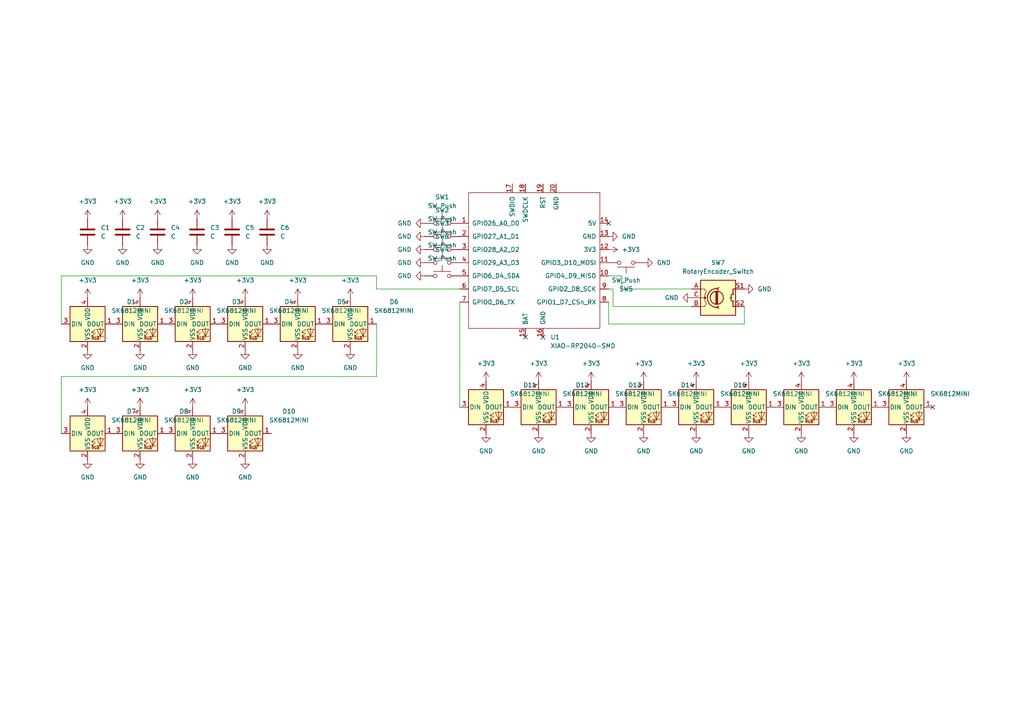
<source format=kicad_sch>
(kicad_sch
	(version 20250114)
	(generator "eeschema")
	(generator_version "9.0")
	(uuid "bf0a79d3-4ba0-43a9-bab4-b302c55bb71f")
	(paper "A4")
	(lib_symbols
		(symbol "Device:C"
			(pin_numbers
				(hide yes)
			)
			(pin_names
				(offset 0.254)
			)
			(exclude_from_sim no)
			(in_bom yes)
			(on_board yes)
			(property "Reference" "C"
				(at 0.635 2.54 0)
				(effects
					(font
						(size 1.27 1.27)
					)
					(justify left)
				)
			)
			(property "Value" "C"
				(at 0.635 -2.54 0)
				(effects
					(font
						(size 1.27 1.27)
					)
					(justify left)
				)
			)
			(property "Footprint" ""
				(at 0.9652 -3.81 0)
				(effects
					(font
						(size 1.27 1.27)
					)
					(hide yes)
				)
			)
			(property "Datasheet" "~"
				(at 0 0 0)
				(effects
					(font
						(size 1.27 1.27)
					)
					(hide yes)
				)
			)
			(property "Description" "Unpolarized capacitor"
				(at 0 0 0)
				(effects
					(font
						(size 1.27 1.27)
					)
					(hide yes)
				)
			)
			(property "ki_keywords" "cap capacitor"
				(at 0 0 0)
				(effects
					(font
						(size 1.27 1.27)
					)
					(hide yes)
				)
			)
			(property "ki_fp_filters" "C_*"
				(at 0 0 0)
				(effects
					(font
						(size 1.27 1.27)
					)
					(hide yes)
				)
			)
			(symbol "C_0_1"
				(polyline
					(pts
						(xy -2.032 0.762) (xy 2.032 0.762)
					)
					(stroke
						(width 0.508)
						(type default)
					)
					(fill
						(type none)
					)
				)
				(polyline
					(pts
						(xy -2.032 -0.762) (xy 2.032 -0.762)
					)
					(stroke
						(width 0.508)
						(type default)
					)
					(fill
						(type none)
					)
				)
			)
			(symbol "C_1_1"
				(pin passive line
					(at 0 3.81 270)
					(length 2.794)
					(name "~"
						(effects
							(font
								(size 1.27 1.27)
							)
						)
					)
					(number "1"
						(effects
							(font
								(size 1.27 1.27)
							)
						)
					)
				)
				(pin passive line
					(at 0 -3.81 90)
					(length 2.794)
					(name "~"
						(effects
							(font
								(size 1.27 1.27)
							)
						)
					)
					(number "2"
						(effects
							(font
								(size 1.27 1.27)
							)
						)
					)
				)
			)
			(embedded_fonts no)
		)
		(symbol "Device:RotaryEncoder_Switch"
			(pin_names
				(offset 0.254)
				(hide yes)
			)
			(exclude_from_sim no)
			(in_bom yes)
			(on_board yes)
			(property "Reference" "SW"
				(at 0 6.604 0)
				(effects
					(font
						(size 1.27 1.27)
					)
				)
			)
			(property "Value" "RotaryEncoder_Switch"
				(at 0 -6.604 0)
				(effects
					(font
						(size 1.27 1.27)
					)
				)
			)
			(property "Footprint" ""
				(at -3.81 4.064 0)
				(effects
					(font
						(size 1.27 1.27)
					)
					(hide yes)
				)
			)
			(property "Datasheet" "~"
				(at 0 6.604 0)
				(effects
					(font
						(size 1.27 1.27)
					)
					(hide yes)
				)
			)
			(property "Description" "Rotary encoder, dual channel, incremental quadrate outputs, with switch"
				(at 0 0 0)
				(effects
					(font
						(size 1.27 1.27)
					)
					(hide yes)
				)
			)
			(property "ki_keywords" "rotary switch encoder switch push button"
				(at 0 0 0)
				(effects
					(font
						(size 1.27 1.27)
					)
					(hide yes)
				)
			)
			(property "ki_fp_filters" "RotaryEncoder*Switch*"
				(at 0 0 0)
				(effects
					(font
						(size 1.27 1.27)
					)
					(hide yes)
				)
			)
			(symbol "RotaryEncoder_Switch_0_1"
				(rectangle
					(start -5.08 5.08)
					(end 5.08 -5.08)
					(stroke
						(width 0.254)
						(type default)
					)
					(fill
						(type background)
					)
				)
				(polyline
					(pts
						(xy -5.08 2.54) (xy -3.81 2.54) (xy -3.81 2.032)
					)
					(stroke
						(width 0)
						(type default)
					)
					(fill
						(type none)
					)
				)
				(polyline
					(pts
						(xy -5.08 0) (xy -3.81 0) (xy -3.81 -1.016) (xy -3.302 -2.032)
					)
					(stroke
						(width 0)
						(type default)
					)
					(fill
						(type none)
					)
				)
				(polyline
					(pts
						(xy -5.08 -2.54) (xy -3.81 -2.54) (xy -3.81 -2.032)
					)
					(stroke
						(width 0)
						(type default)
					)
					(fill
						(type none)
					)
				)
				(polyline
					(pts
						(xy -4.318 0) (xy -3.81 0) (xy -3.81 1.016) (xy -3.302 2.032)
					)
					(stroke
						(width 0)
						(type default)
					)
					(fill
						(type none)
					)
				)
				(circle
					(center -3.81 0)
					(radius 0.254)
					(stroke
						(width 0)
						(type default)
					)
					(fill
						(type outline)
					)
				)
				(polyline
					(pts
						(xy -0.635 -1.778) (xy -0.635 1.778)
					)
					(stroke
						(width 0.254)
						(type default)
					)
					(fill
						(type none)
					)
				)
				(circle
					(center -0.381 0)
					(radius 1.905)
					(stroke
						(width 0.254)
						(type default)
					)
					(fill
						(type none)
					)
				)
				(polyline
					(pts
						(xy -0.381 -1.778) (xy -0.381 1.778)
					)
					(stroke
						(width 0.254)
						(type default)
					)
					(fill
						(type none)
					)
				)
				(arc
					(start -0.381 -2.794)
					(mid -3.0988 -0.0635)
					(end -0.381 2.667)
					(stroke
						(width 0.254)
						(type default)
					)
					(fill
						(type none)
					)
				)
				(polyline
					(pts
						(xy -0.127 1.778) (xy -0.127 -1.778)
					)
					(stroke
						(width 0.254)
						(type default)
					)
					(fill
						(type none)
					)
				)
				(polyline
					(pts
						(xy 0.254 2.921) (xy -0.508 2.667) (xy 0.127 2.286)
					)
					(stroke
						(width 0.254)
						(type default)
					)
					(fill
						(type none)
					)
				)
				(polyline
					(pts
						(xy 0.254 -3.048) (xy -0.508 -2.794) (xy 0.127 -2.413)
					)
					(stroke
						(width 0.254)
						(type default)
					)
					(fill
						(type none)
					)
				)
				(polyline
					(pts
						(xy 3.81 1.016) (xy 3.81 -1.016)
					)
					(stroke
						(width 0.254)
						(type default)
					)
					(fill
						(type none)
					)
				)
				(polyline
					(pts
						(xy 3.81 0) (xy 3.429 0)
					)
					(stroke
						(width 0.254)
						(type default)
					)
					(fill
						(type none)
					)
				)
				(circle
					(center 4.318 1.016)
					(radius 0.127)
					(stroke
						(width 0.254)
						(type default)
					)
					(fill
						(type none)
					)
				)
				(circle
					(center 4.318 -1.016)
					(radius 0.127)
					(stroke
						(width 0.254)
						(type default)
					)
					(fill
						(type none)
					)
				)
				(polyline
					(pts
						(xy 5.08 2.54) (xy 4.318 2.54) (xy 4.318 1.016)
					)
					(stroke
						(width 0.254)
						(type default)
					)
					(fill
						(type none)
					)
				)
				(polyline
					(pts
						(xy 5.08 -2.54) (xy 4.318 -2.54) (xy 4.318 -1.016)
					)
					(stroke
						(width 0.254)
						(type default)
					)
					(fill
						(type none)
					)
				)
			)
			(symbol "RotaryEncoder_Switch_1_1"
				(pin passive line
					(at -7.62 2.54 0)
					(length 2.54)
					(name "A"
						(effects
							(font
								(size 1.27 1.27)
							)
						)
					)
					(number "A"
						(effects
							(font
								(size 1.27 1.27)
							)
						)
					)
				)
				(pin passive line
					(at -7.62 0 0)
					(length 2.54)
					(name "C"
						(effects
							(font
								(size 1.27 1.27)
							)
						)
					)
					(number "C"
						(effects
							(font
								(size 1.27 1.27)
							)
						)
					)
				)
				(pin passive line
					(at -7.62 -2.54 0)
					(length 2.54)
					(name "B"
						(effects
							(font
								(size 1.27 1.27)
							)
						)
					)
					(number "B"
						(effects
							(font
								(size 1.27 1.27)
							)
						)
					)
				)
				(pin passive line
					(at 7.62 2.54 180)
					(length 2.54)
					(name "S1"
						(effects
							(font
								(size 1.27 1.27)
							)
						)
					)
					(number "S1"
						(effects
							(font
								(size 1.27 1.27)
							)
						)
					)
				)
				(pin passive line
					(at 7.62 -2.54 180)
					(length 2.54)
					(name "S2"
						(effects
							(font
								(size 1.27 1.27)
							)
						)
					)
					(number "S2"
						(effects
							(font
								(size 1.27 1.27)
							)
						)
					)
				)
			)
			(embedded_fonts no)
		)
		(symbol "LED:SK6812MINI"
			(pin_names
				(offset 0.254)
			)
			(exclude_from_sim no)
			(in_bom yes)
			(on_board yes)
			(property "Reference" "D"
				(at 5.08 5.715 0)
				(effects
					(font
						(size 1.27 1.27)
					)
					(justify right bottom)
				)
			)
			(property "Value" "SK6812MINI"
				(at 1.27 -5.715 0)
				(effects
					(font
						(size 1.27 1.27)
					)
					(justify left top)
				)
			)
			(property "Footprint" "LED_SMD:LED_SK6812MINI_PLCC4_3.5x3.5mm_P1.75mm"
				(at 1.27 -7.62 0)
				(effects
					(font
						(size 1.27 1.27)
					)
					(justify left top)
					(hide yes)
				)
			)
			(property "Datasheet" "https://cdn-shop.adafruit.com/product-files/2686/SK6812MINI_REV.01-1-2.pdf"
				(at 2.54 -9.525 0)
				(effects
					(font
						(size 1.27 1.27)
					)
					(justify left top)
					(hide yes)
				)
			)
			(property "Description" "RGB LED with integrated controller"
				(at 0 0 0)
				(effects
					(font
						(size 1.27 1.27)
					)
					(hide yes)
				)
			)
			(property "ki_keywords" "RGB LED NeoPixel Mini addressable"
				(at 0 0 0)
				(effects
					(font
						(size 1.27 1.27)
					)
					(hide yes)
				)
			)
			(property "ki_fp_filters" "LED*SK6812MINI*PLCC*3.5x3.5mm*P1.75mm*"
				(at 0 0 0)
				(effects
					(font
						(size 1.27 1.27)
					)
					(hide yes)
				)
			)
			(symbol "SK6812MINI_0_0"
				(text "RGB"
					(at 2.286 -4.191 0)
					(effects
						(font
							(size 0.762 0.762)
						)
					)
				)
			)
			(symbol "SK6812MINI_0_1"
				(polyline
					(pts
						(xy 1.27 -2.54) (xy 1.778 -2.54)
					)
					(stroke
						(width 0)
						(type default)
					)
					(fill
						(type none)
					)
				)
				(polyline
					(pts
						(xy 1.27 -3.556) (xy 1.778 -3.556)
					)
					(stroke
						(width 0)
						(type default)
					)
					(fill
						(type none)
					)
				)
				(polyline
					(pts
						(xy 2.286 -1.524) (xy 1.27 -2.54) (xy 1.27 -2.032)
					)
					(stroke
						(width 0)
						(type default)
					)
					(fill
						(type none)
					)
				)
				(polyline
					(pts
						(xy 2.286 -2.54) (xy 1.27 -3.556) (xy 1.27 -3.048)
					)
					(stroke
						(width 0)
						(type default)
					)
					(fill
						(type none)
					)
				)
				(polyline
					(pts
						(xy 3.683 -1.016) (xy 3.683 -3.556) (xy 3.683 -4.064)
					)
					(stroke
						(width 0)
						(type default)
					)
					(fill
						(type none)
					)
				)
				(polyline
					(pts
						(xy 4.699 -1.524) (xy 2.667 -1.524) (xy 3.683 -3.556) (xy 4.699 -1.524)
					)
					(stroke
						(width 0)
						(type default)
					)
					(fill
						(type none)
					)
				)
				(polyline
					(pts
						(xy 4.699 -3.556) (xy 2.667 -3.556)
					)
					(stroke
						(width 0)
						(type default)
					)
					(fill
						(type none)
					)
				)
				(rectangle
					(start 5.08 5.08)
					(end -5.08 -5.08)
					(stroke
						(width 0.254)
						(type default)
					)
					(fill
						(type background)
					)
				)
			)
			(symbol "SK6812MINI_1_1"
				(pin input line
					(at -7.62 0 0)
					(length 2.54)
					(name "DIN"
						(effects
							(font
								(size 1.27 1.27)
							)
						)
					)
					(number "3"
						(effects
							(font
								(size 1.27 1.27)
							)
						)
					)
				)
				(pin power_in line
					(at 0 7.62 270)
					(length 2.54)
					(name "VDD"
						(effects
							(font
								(size 1.27 1.27)
							)
						)
					)
					(number "4"
						(effects
							(font
								(size 1.27 1.27)
							)
						)
					)
				)
				(pin power_in line
					(at 0 -7.62 90)
					(length 2.54)
					(name "VSS"
						(effects
							(font
								(size 1.27 1.27)
							)
						)
					)
					(number "2"
						(effects
							(font
								(size 1.27 1.27)
							)
						)
					)
				)
				(pin output line
					(at 7.62 0 180)
					(length 2.54)
					(name "DOUT"
						(effects
							(font
								(size 1.27 1.27)
							)
						)
					)
					(number "1"
						(effects
							(font
								(size 1.27 1.27)
							)
						)
					)
				)
			)
			(embedded_fonts no)
		)
		(symbol "Seeed_Studio_XIAO_Series:XIAO-RP2040-SMD"
			(pin_names
				(offset 1.016)
			)
			(exclude_from_sim no)
			(in_bom yes)
			(on_board yes)
			(property "Reference" "U"
				(at -18.542 23.114 0)
				(effects
					(font
						(size 1.27 1.27)
					)
				)
			)
			(property "Value" "XIAO-RP2040-SMD"
				(at -8.382 21.336 0)
				(effects
					(font
						(size 1.27 1.27)
					)
				)
			)
			(property "Footprint" ""
				(at -8.89 5.08 0)
				(effects
					(font
						(size 1.27 1.27)
					)
					(hide yes)
				)
			)
			(property "Datasheet" ""
				(at -8.89 5.08 0)
				(effects
					(font
						(size 1.27 1.27)
					)
					(hide yes)
				)
			)
			(property "Description" ""
				(at 0 0 0)
				(effects
					(font
						(size 1.27 1.27)
					)
					(hide yes)
				)
			)
			(symbol "XIAO-RP2040-SMD_0_1"
				(rectangle
					(start 19.05 -19.05)
					(end -19.05 20.32)
					(stroke
						(width 0)
						(type default)
					)
					(fill
						(type none)
					)
				)
			)
			(symbol "XIAO-RP2040-SMD_1_1"
				(pin passive line
					(at -21.59 11.43 0)
					(length 2.54)
					(name "GPIO26_A0_D0"
						(effects
							(font
								(size 1.27 1.27)
							)
						)
					)
					(number "1"
						(effects
							(font
								(size 1.27 1.27)
							)
						)
					)
				)
				(pin passive line
					(at -21.59 7.62 0)
					(length 2.54)
					(name "GPIO27_A1_D1"
						(effects
							(font
								(size 1.27 1.27)
							)
						)
					)
					(number "2"
						(effects
							(font
								(size 1.27 1.27)
							)
						)
					)
				)
				(pin passive line
					(at -21.59 3.81 0)
					(length 2.54)
					(name "GPIO28_A2_D2"
						(effects
							(font
								(size 1.27 1.27)
							)
						)
					)
					(number "3"
						(effects
							(font
								(size 1.27 1.27)
							)
						)
					)
				)
				(pin passive line
					(at -21.59 0 0)
					(length 2.54)
					(name "GPIO29_A3_D3"
						(effects
							(font
								(size 1.27 1.27)
							)
						)
					)
					(number "4"
						(effects
							(font
								(size 1.27 1.27)
							)
						)
					)
				)
				(pin passive line
					(at -21.59 -3.81 0)
					(length 2.54)
					(name "GPIO6_D4_SDA"
						(effects
							(font
								(size 1.27 1.27)
							)
						)
					)
					(number "5"
						(effects
							(font
								(size 1.27 1.27)
							)
						)
					)
				)
				(pin passive line
					(at -21.59 -7.62 0)
					(length 2.54)
					(name "GPIO7_D5_SCL"
						(effects
							(font
								(size 1.27 1.27)
							)
						)
					)
					(number "6"
						(effects
							(font
								(size 1.27 1.27)
							)
						)
					)
				)
				(pin passive line
					(at -21.59 -11.43 0)
					(length 2.54)
					(name "GPIO0_D6_TX"
						(effects
							(font
								(size 1.27 1.27)
							)
						)
					)
					(number "7"
						(effects
							(font
								(size 1.27 1.27)
							)
						)
					)
				)
				(pin passive line
					(at -6.35 22.86 270)
					(length 2.54)
					(name "SWDIO"
						(effects
							(font
								(size 1.27 1.27)
							)
						)
					)
					(number "17"
						(effects
							(font
								(size 1.27 1.27)
							)
						)
					)
				)
				(pin passive line
					(at -2.54 22.86 270)
					(length 2.54)
					(name "SWDCLK"
						(effects
							(font
								(size 1.27 1.27)
							)
						)
					)
					(number "18"
						(effects
							(font
								(size 1.27 1.27)
							)
						)
					)
				)
				(pin passive line
					(at -2.54 -21.59 90)
					(length 2.54)
					(name "BAT"
						(effects
							(font
								(size 1.27 1.27)
							)
						)
					)
					(number "15"
						(effects
							(font
								(size 1.27 1.27)
							)
						)
					)
				)
				(pin passive line
					(at 2.54 22.86 270)
					(length 2.54)
					(name "RST"
						(effects
							(font
								(size 1.27 1.27)
							)
						)
					)
					(number "19"
						(effects
							(font
								(size 1.27 1.27)
							)
						)
					)
				)
				(pin passive line
					(at 2.54 -21.59 90)
					(length 2.54)
					(name "GND"
						(effects
							(font
								(size 1.27 1.27)
							)
						)
					)
					(number "16"
						(effects
							(font
								(size 1.27 1.27)
							)
						)
					)
				)
				(pin passive line
					(at 6.35 22.86 270)
					(length 2.54)
					(name "GND"
						(effects
							(font
								(size 1.27 1.27)
							)
						)
					)
					(number "20"
						(effects
							(font
								(size 1.27 1.27)
							)
						)
					)
				)
				(pin passive line
					(at 21.59 11.43 180)
					(length 2.54)
					(name "5V"
						(effects
							(font
								(size 1.27 1.27)
							)
						)
					)
					(number "14"
						(effects
							(font
								(size 1.27 1.27)
							)
						)
					)
				)
				(pin passive line
					(at 21.59 7.62 180)
					(length 2.54)
					(name "GND"
						(effects
							(font
								(size 1.27 1.27)
							)
						)
					)
					(number "13"
						(effects
							(font
								(size 1.27 1.27)
							)
						)
					)
				)
				(pin passive line
					(at 21.59 3.81 180)
					(length 2.54)
					(name "3V3"
						(effects
							(font
								(size 1.27 1.27)
							)
						)
					)
					(number "12"
						(effects
							(font
								(size 1.27 1.27)
							)
						)
					)
				)
				(pin passive line
					(at 21.59 0 180)
					(length 2.54)
					(name "GPIO3_D10_MOSI"
						(effects
							(font
								(size 1.27 1.27)
							)
						)
					)
					(number "11"
						(effects
							(font
								(size 1.27 1.27)
							)
						)
					)
				)
				(pin passive line
					(at 21.59 -3.81 180)
					(length 2.54)
					(name "GPIO4_D9_MISO"
						(effects
							(font
								(size 1.27 1.27)
							)
						)
					)
					(number "10"
						(effects
							(font
								(size 1.27 1.27)
							)
						)
					)
				)
				(pin passive line
					(at 21.59 -7.62 180)
					(length 2.54)
					(name "GPIO2_D8_SCK"
						(effects
							(font
								(size 1.27 1.27)
							)
						)
					)
					(number "9"
						(effects
							(font
								(size 1.27 1.27)
							)
						)
					)
				)
				(pin passive line
					(at 21.59 -11.43 180)
					(length 2.54)
					(name "GPIO1_D7_CSn_RX"
						(effects
							(font
								(size 1.27 1.27)
							)
						)
					)
					(number "8"
						(effects
							(font
								(size 1.27 1.27)
							)
						)
					)
				)
			)
			(embedded_fonts no)
		)
		(symbol "Switch:SW_Push"
			(pin_numbers
				(hide yes)
			)
			(pin_names
				(offset 1.016)
				(hide yes)
			)
			(exclude_from_sim no)
			(in_bom yes)
			(on_board yes)
			(property "Reference" "SW"
				(at 1.27 2.54 0)
				(effects
					(font
						(size 1.27 1.27)
					)
					(justify left)
				)
			)
			(property "Value" "SW_Push"
				(at 0 -1.524 0)
				(effects
					(font
						(size 1.27 1.27)
					)
				)
			)
			(property "Footprint" ""
				(at 0 5.08 0)
				(effects
					(font
						(size 1.27 1.27)
					)
					(hide yes)
				)
			)
			(property "Datasheet" "~"
				(at 0 5.08 0)
				(effects
					(font
						(size 1.27 1.27)
					)
					(hide yes)
				)
			)
			(property "Description" "Push button switch, generic, two pins"
				(at 0 0 0)
				(effects
					(font
						(size 1.27 1.27)
					)
					(hide yes)
				)
			)
			(property "ki_keywords" "switch normally-open pushbutton push-button"
				(at 0 0 0)
				(effects
					(font
						(size 1.27 1.27)
					)
					(hide yes)
				)
			)
			(symbol "SW_Push_0_1"
				(circle
					(center -2.032 0)
					(radius 0.508)
					(stroke
						(width 0)
						(type default)
					)
					(fill
						(type none)
					)
				)
				(polyline
					(pts
						(xy 0 1.27) (xy 0 3.048)
					)
					(stroke
						(width 0)
						(type default)
					)
					(fill
						(type none)
					)
				)
				(circle
					(center 2.032 0)
					(radius 0.508)
					(stroke
						(width 0)
						(type default)
					)
					(fill
						(type none)
					)
				)
				(polyline
					(pts
						(xy 2.54 1.27) (xy -2.54 1.27)
					)
					(stroke
						(width 0)
						(type default)
					)
					(fill
						(type none)
					)
				)
				(pin passive line
					(at -5.08 0 0)
					(length 2.54)
					(name "1"
						(effects
							(font
								(size 1.27 1.27)
							)
						)
					)
					(number "1"
						(effects
							(font
								(size 1.27 1.27)
							)
						)
					)
				)
				(pin passive line
					(at 5.08 0 180)
					(length 2.54)
					(name "2"
						(effects
							(font
								(size 1.27 1.27)
							)
						)
					)
					(number "2"
						(effects
							(font
								(size 1.27 1.27)
							)
						)
					)
				)
			)
			(embedded_fonts no)
		)
		(symbol "power:+3V3"
			(power)
			(pin_numbers
				(hide yes)
			)
			(pin_names
				(offset 0)
				(hide yes)
			)
			(exclude_from_sim no)
			(in_bom yes)
			(on_board yes)
			(property "Reference" "#PWR"
				(at 0 -3.81 0)
				(effects
					(font
						(size 1.27 1.27)
					)
					(hide yes)
				)
			)
			(property "Value" "+3V3"
				(at 0 3.556 0)
				(effects
					(font
						(size 1.27 1.27)
					)
				)
			)
			(property "Footprint" ""
				(at 0 0 0)
				(effects
					(font
						(size 1.27 1.27)
					)
					(hide yes)
				)
			)
			(property "Datasheet" ""
				(at 0 0 0)
				(effects
					(font
						(size 1.27 1.27)
					)
					(hide yes)
				)
			)
			(property "Description" "Power symbol creates a global label with name \"+3V3\""
				(at 0 0 0)
				(effects
					(font
						(size 1.27 1.27)
					)
					(hide yes)
				)
			)
			(property "ki_keywords" "global power"
				(at 0 0 0)
				(effects
					(font
						(size 1.27 1.27)
					)
					(hide yes)
				)
			)
			(symbol "+3V3_0_1"
				(polyline
					(pts
						(xy -0.762 1.27) (xy 0 2.54)
					)
					(stroke
						(width 0)
						(type default)
					)
					(fill
						(type none)
					)
				)
				(polyline
					(pts
						(xy 0 2.54) (xy 0.762 1.27)
					)
					(stroke
						(width 0)
						(type default)
					)
					(fill
						(type none)
					)
				)
				(polyline
					(pts
						(xy 0 0) (xy 0 2.54)
					)
					(stroke
						(width 0)
						(type default)
					)
					(fill
						(type none)
					)
				)
			)
			(symbol "+3V3_1_1"
				(pin power_in line
					(at 0 0 90)
					(length 0)
					(name "~"
						(effects
							(font
								(size 1.27 1.27)
							)
						)
					)
					(number "1"
						(effects
							(font
								(size 1.27 1.27)
							)
						)
					)
				)
			)
			(embedded_fonts no)
		)
		(symbol "power:GND"
			(power)
			(pin_numbers
				(hide yes)
			)
			(pin_names
				(offset 0)
				(hide yes)
			)
			(exclude_from_sim no)
			(in_bom yes)
			(on_board yes)
			(property "Reference" "#PWR"
				(at 0 -6.35 0)
				(effects
					(font
						(size 1.27 1.27)
					)
					(hide yes)
				)
			)
			(property "Value" "GND"
				(at 0 -3.81 0)
				(effects
					(font
						(size 1.27 1.27)
					)
				)
			)
			(property "Footprint" ""
				(at 0 0 0)
				(effects
					(font
						(size 1.27 1.27)
					)
					(hide yes)
				)
			)
			(property "Datasheet" ""
				(at 0 0 0)
				(effects
					(font
						(size 1.27 1.27)
					)
					(hide yes)
				)
			)
			(property "Description" "Power symbol creates a global label with name \"GND\" , ground"
				(at 0 0 0)
				(effects
					(font
						(size 1.27 1.27)
					)
					(hide yes)
				)
			)
			(property "ki_keywords" "global power"
				(at 0 0 0)
				(effects
					(font
						(size 1.27 1.27)
					)
					(hide yes)
				)
			)
			(symbol "GND_0_1"
				(polyline
					(pts
						(xy 0 0) (xy 0 -1.27) (xy 1.27 -1.27) (xy 0 -2.54) (xy -1.27 -1.27) (xy 0 -1.27)
					)
					(stroke
						(width 0)
						(type default)
					)
					(fill
						(type none)
					)
				)
			)
			(symbol "GND_1_1"
				(pin power_in line
					(at 0 0 270)
					(length 0)
					(name "~"
						(effects
							(font
								(size 1.27 1.27)
							)
						)
					)
					(number "1"
						(effects
							(font
								(size 1.27 1.27)
							)
						)
					)
				)
			)
			(embedded_fonts no)
		)
	)
	(no_connect
		(at 152.4 97.79)
		(uuid "0063d352-358e-4e19-85d7-8b457950c9a8")
	)
	(no_connect
		(at 157.48 97.79)
		(uuid "1e45a892-a639-4155-815a-f0b8d1263fea")
	)
	(no_connect
		(at 176.53 64.77)
		(uuid "67162e7a-3d1f-42cf-b406-d9ad1d7a1b7d")
	)
	(no_connect
		(at 270.51 118.11)
		(uuid "e3795a1d-1f15-4eb8-9ca6-50cbf10a5539")
	)
	(wire
		(pts
			(xy 109.22 80.01) (xy 109.22 83.82)
		)
		(stroke
			(width 0)
			(type default)
		)
		(uuid "013e33a6-610f-4cc1-a0bc-0f04de4ec368")
	)
	(wire
		(pts
			(xy 17.78 80.01) (xy 109.22 80.01)
		)
		(stroke
			(width 0)
			(type default)
		)
		(uuid "0e8b3afe-44bc-4551-9451-64efaf0f7bab")
	)
	(wire
		(pts
			(xy 200.66 83.82) (xy 180.34 83.82)
		)
		(stroke
			(width 0)
			(type default)
		)
		(uuid "11653f97-afcf-43ee-8a1a-e12f5c75255b")
	)
	(wire
		(pts
			(xy 109.22 93.98) (xy 109.22 109.22)
		)
		(stroke
			(width 0)
			(type default)
		)
		(uuid "1223b369-119a-4c39-83ee-2b4c24cea2c1")
	)
	(wire
		(pts
			(xy 17.78 93.98) (xy 17.78 80.01)
		)
		(stroke
			(width 0)
			(type default)
		)
		(uuid "3d8065c7-8e6e-45bf-90af-268a2c950dda")
	)
	(wire
		(pts
			(xy 133.35 87.63) (xy 133.35 118.11)
		)
		(stroke
			(width 0)
			(type default)
		)
		(uuid "40e89e31-c8a7-47f7-9af6-aaae52809bcd")
	)
	(wire
		(pts
			(xy 215.9 88.9) (xy 215.9 93.98)
		)
		(stroke
			(width 0)
			(type default)
		)
		(uuid "4728e1f4-0f63-408a-971b-83ba30158783")
	)
	(wire
		(pts
			(xy 180.34 83.82) (xy 180.34 80.01)
		)
		(stroke
			(width 0)
			(type default)
		)
		(uuid "5f91883b-10b7-4902-9151-fe9d6081fbb5")
	)
	(wire
		(pts
			(xy 180.34 80.01) (xy 176.53 80.01)
		)
		(stroke
			(width 0)
			(type default)
		)
		(uuid "78df0227-a8b7-4e34-a694-dcd12e049a3d")
	)
	(wire
		(pts
			(xy 177.8 88.9) (xy 177.8 83.82)
		)
		(stroke
			(width 0)
			(type default)
		)
		(uuid "8033582d-6bff-4735-89f2-a1d86d846555")
	)
	(wire
		(pts
			(xy 177.8 83.82) (xy 176.53 83.82)
		)
		(stroke
			(width 0)
			(type default)
		)
		(uuid "84a8a11b-61e9-4023-a1cc-98f80b22a47f")
	)
	(wire
		(pts
			(xy 109.22 83.82) (xy 133.35 83.82)
		)
		(stroke
			(width 0)
			(type default)
		)
		(uuid "94c1175c-69e5-480d-a06f-7ab3a22c3769")
	)
	(wire
		(pts
			(xy 215.9 93.98) (xy 176.53 93.98)
		)
		(stroke
			(width 0)
			(type default)
		)
		(uuid "9f215d78-d7a8-4671-aa00-9caa346f4a95")
	)
	(wire
		(pts
			(xy 17.78 109.22) (xy 17.78 125.73)
		)
		(stroke
			(width 0)
			(type default)
		)
		(uuid "af900899-43bd-4a37-8ba4-d64fd30ea4a4")
	)
	(wire
		(pts
			(xy 109.22 109.22) (xy 17.78 109.22)
		)
		(stroke
			(width 0)
			(type default)
		)
		(uuid "d9baba73-89e7-479f-b7a0-2faba8e76a18")
	)
	(wire
		(pts
			(xy 176.53 93.98) (xy 176.53 87.63)
		)
		(stroke
			(width 0)
			(type default)
		)
		(uuid "dca27efc-06a8-410c-aa54-0b67135d63df")
	)
	(wire
		(pts
			(xy 200.66 88.9) (xy 177.8 88.9)
		)
		(stroke
			(width 0)
			(type default)
		)
		(uuid "ff6feb7a-347c-434f-9634-c81a8cde7ab9")
	)
	(symbol
		(lib_id "LED:SK6812MINI")
		(at 140.97 118.11 0)
		(unit 1)
		(exclude_from_sim no)
		(in_bom yes)
		(on_board yes)
		(dnp no)
		(fields_autoplaced yes)
		(uuid "05dad855-e1e6-4639-8f6c-02d4dd8c2456")
		(property "Reference" "D11"
			(at 153.67 111.6898 0)
			(effects
				(font
					(size 1.27 1.27)
				)
			)
		)
		(property "Value" "SK6812MINI"
			(at 153.67 114.2298 0)
			(effects
				(font
					(size 1.27 1.27)
				)
			)
		)
		(property "Footprint" "cheyao macropad main PCB-third_party_neopixel.petty:SK6812MINI-E"
			(at 142.24 125.73 0)
			(effects
				(font
					(size 1.27 1.27)
				)
				(justify left top)
				(hide yes)
			)
		)
		(property "Datasheet" "https://cdn-shop.adafruit.com/product-files/2686/SK6812MINI_REV.01-1-2.pdf"
			(at 143.51 127.635 0)
			(effects
				(font
					(size 1.27 1.27)
				)
				(justify left top)
				(hide yes)
			)
		)
		(property "Description" "RGB LED with integrated controller"
			(at 140.97 118.11 0)
			(effects
				(font
					(size 1.27 1.27)
				)
				(hide yes)
			)
		)
		(pin "3"
			(uuid "9f917642-bece-47df-bc13-b7e811e2f034")
		)
		(pin "4"
			(uuid "801b4eef-d0b5-4afc-92c6-cf24f0a73b32")
		)
		(pin "1"
			(uuid "9e156813-fdcd-4b0c-a463-e1c563e6411c")
		)
		(pin "2"
			(uuid "58b37d96-2a34-454a-bed7-ea31f312a231")
		)
		(instances
			(project "shard"
				(path "/bf0a79d3-4ba0-43a9-bab4-b302c55bb71f"
					(reference "D11")
					(unit 1)
				)
			)
		)
	)
	(symbol
		(lib_id "power:+3V3")
		(at 217.17 110.49 0)
		(unit 1)
		(exclude_from_sim no)
		(in_bom yes)
		(on_board yes)
		(dnp no)
		(fields_autoplaced yes)
		(uuid "0d878a49-ea73-47e4-9869-cc8739666e7b")
		(property "Reference" "#PWR051"
			(at 217.17 114.3 0)
			(effects
				(font
					(size 1.27 1.27)
				)
				(hide yes)
			)
		)
		(property "Value" "+3V3"
			(at 217.17 105.41 0)
			(effects
				(font
					(size 1.27 1.27)
				)
			)
		)
		(property "Footprint" ""
			(at 217.17 110.49 0)
			(effects
				(font
					(size 1.27 1.27)
				)
				(hide yes)
			)
		)
		(property "Datasheet" ""
			(at 217.17 110.49 0)
			(effects
				(font
					(size 1.27 1.27)
				)
				(hide yes)
			)
		)
		(property "Description" "Power symbol creates a global label with name \"+3V3\""
			(at 217.17 110.49 0)
			(effects
				(font
					(size 1.27 1.27)
				)
				(hide yes)
			)
		)
		(pin "1"
			(uuid "a935dde9-7a8b-4b7f-8572-7cc882042872")
		)
		(instances
			(project "shard"
				(path "/bf0a79d3-4ba0-43a9-bab4-b302c55bb71f"
					(reference "#PWR051")
					(unit 1)
				)
			)
		)
	)
	(symbol
		(lib_id "LED:SK6812MINI")
		(at 55.88 125.73 0)
		(unit 1)
		(exclude_from_sim no)
		(in_bom yes)
		(on_board yes)
		(dnp no)
		(fields_autoplaced yes)
		(uuid "12664ab7-d395-4064-bad5-a9d77a8d1b6b")
		(property "Reference" "D9"
			(at 68.58 119.3098 0)
			(effects
				(font
					(size 1.27 1.27)
				)
			)
		)
		(property "Value" "SK6812MINI"
			(at 68.58 121.8498 0)
			(effects
				(font
					(size 1.27 1.27)
				)
			)
		)
		(property "Footprint" "cheyao macropad main PCB-third_party_neopixel.petty:SK6812MINI-E"
			(at 57.15 133.35 0)
			(effects
				(font
					(size 1.27 1.27)
				)
				(justify left top)
				(hide yes)
			)
		)
		(property "Datasheet" "https://cdn-shop.adafruit.com/product-files/2686/SK6812MINI_REV.01-1-2.pdf"
			(at 58.42 135.255 0)
			(effects
				(font
					(size 1.27 1.27)
				)
				(justify left top)
				(hide yes)
			)
		)
		(property "Description" "RGB LED with integrated controller"
			(at 55.88 125.73 0)
			(effects
				(font
					(size 1.27 1.27)
				)
				(hide yes)
			)
		)
		(pin "3"
			(uuid "5ea5969e-925a-4339-a0b5-afd97ce5ea57")
		)
		(pin "4"
			(uuid "84cf0778-a321-4f59-a444-a5cbcbdc57d2")
		)
		(pin "1"
			(uuid "1f02a5a8-78a6-42f8-bdea-f5c4e44a5782")
		)
		(pin "2"
			(uuid "453e9935-e16c-462f-b0a9-2f02dfbfe640")
		)
		(instances
			(project "shard"
				(path "/bf0a79d3-4ba0-43a9-bab4-b302c55bb71f"
					(reference "D9")
					(unit 1)
				)
			)
		)
	)
	(symbol
		(lib_id "power:GND")
		(at 77.47 71.12 0)
		(unit 1)
		(exclude_from_sim no)
		(in_bom yes)
		(on_board yes)
		(dnp no)
		(fields_autoplaced yes)
		(uuid "133e8541-adfc-4933-8c4b-8ebf3cf25e0c")
		(property "Reference" "#PWR060"
			(at 77.47 77.47 0)
			(effects
				(font
					(size 1.27 1.27)
				)
				(hide yes)
			)
		)
		(property "Value" "GND"
			(at 77.47 76.2 0)
			(effects
				(font
					(size 1.27 1.27)
				)
			)
		)
		(property "Footprint" ""
			(at 77.47 71.12 0)
			(effects
				(font
					(size 1.27 1.27)
				)
				(hide yes)
			)
		)
		(property "Datasheet" ""
			(at 77.47 71.12 0)
			(effects
				(font
					(size 1.27 1.27)
				)
				(hide yes)
			)
		)
		(property "Description" "Power symbol creates a global label with name \"GND\" , ground"
			(at 77.47 71.12 0)
			(effects
				(font
					(size 1.27 1.27)
				)
				(hide yes)
			)
		)
		(pin "1"
			(uuid "c68a70e3-3bfb-46ea-9746-ad9d82500c79")
		)
		(instances
			(project "shard"
				(path "/bf0a79d3-4ba0-43a9-bab4-b302c55bb71f"
					(reference "#PWR060")
					(unit 1)
				)
			)
		)
	)
	(symbol
		(lib_id "power:GND")
		(at 123.19 72.39 270)
		(unit 1)
		(exclude_from_sim no)
		(in_bom yes)
		(on_board yes)
		(dnp no)
		(fields_autoplaced yes)
		(uuid "181a1e97-bdd1-4609-ab8f-81cc83adba31")
		(property "Reference" "#PWR015"
			(at 116.84 72.39 0)
			(effects
				(font
					(size 1.27 1.27)
				)
				(hide yes)
			)
		)
		(property "Value" "GND"
			(at 119.38 72.3899 90)
			(effects
				(font
					(size 1.27 1.27)
				)
				(justify right)
			)
		)
		(property "Footprint" ""
			(at 123.19 72.39 0)
			(effects
				(font
					(size 1.27 1.27)
				)
				(hide yes)
			)
		)
		(property "Datasheet" ""
			(at 123.19 72.39 0)
			(effects
				(font
					(size 1.27 1.27)
				)
				(hide yes)
			)
		)
		(property "Description" "Power symbol creates a global label with name \"GND\" , ground"
			(at 123.19 72.39 0)
			(effects
				(font
					(size 1.27 1.27)
				)
				(hide yes)
			)
		)
		(pin "1"
			(uuid "9a73413f-6257-4a4a-b915-7e7d2687ae44")
		)
		(instances
			(project "shard"
				(path "/bf0a79d3-4ba0-43a9-bab4-b302c55bb71f"
					(reference "#PWR015")
					(unit 1)
				)
			)
		)
	)
	(symbol
		(lib_id "LED:SK6812MINI")
		(at 171.45 118.11 0)
		(unit 1)
		(exclude_from_sim no)
		(in_bom yes)
		(on_board yes)
		(dnp no)
		(fields_autoplaced yes)
		(uuid "20e2965c-facd-456e-b454-65ab577e74eb")
		(property "Reference" "D13"
			(at 184.15 111.6898 0)
			(effects
				(font
					(size 1.27 1.27)
				)
			)
		)
		(property "Value" "SK6812MINI"
			(at 184.15 114.2298 0)
			(effects
				(font
					(size 1.27 1.27)
				)
			)
		)
		(property "Footprint" "cheyao macropad main PCB-third_party_neopixel.petty:SK6812MINI-E"
			(at 172.72 125.73 0)
			(effects
				(font
					(size 1.27 1.27)
				)
				(justify left top)
				(hide yes)
			)
		)
		(property "Datasheet" "https://cdn-shop.adafruit.com/product-files/2686/SK6812MINI_REV.01-1-2.pdf"
			(at 173.99 127.635 0)
			(effects
				(font
					(size 1.27 1.27)
				)
				(justify left top)
				(hide yes)
			)
		)
		(property "Description" "RGB LED with integrated controller"
			(at 171.45 118.11 0)
			(effects
				(font
					(size 1.27 1.27)
				)
				(hide yes)
			)
		)
		(pin "3"
			(uuid "4c95ef8c-8812-4358-bb62-4ceed9d4ab9a")
		)
		(pin "4"
			(uuid "103504c2-8a5e-4773-9fda-c6da85fc835f")
		)
		(pin "1"
			(uuid "bf5d191a-a1d9-4e73-9795-b372d6d69cca")
		)
		(pin "2"
			(uuid "d7de3bbc-2231-4488-a0f6-2a4acf2658fc")
		)
		(instances
			(project "shard"
				(path "/bf0a79d3-4ba0-43a9-bab4-b302c55bb71f"
					(reference "D13")
					(unit 1)
				)
			)
		)
	)
	(symbol
		(lib_id "power:GND")
		(at 247.65 125.73 0)
		(unit 1)
		(exclude_from_sim no)
		(in_bom yes)
		(on_board yes)
		(dnp no)
		(fields_autoplaced yes)
		(uuid "22bfb033-599d-4faa-bec3-477529b06e74")
		(property "Reference" "#PWR056"
			(at 247.65 132.08 0)
			(effects
				(font
					(size 1.27 1.27)
				)
				(hide yes)
			)
		)
		(property "Value" "GND"
			(at 247.65 130.81 0)
			(effects
				(font
					(size 1.27 1.27)
				)
			)
		)
		(property "Footprint" ""
			(at 247.65 125.73 0)
			(effects
				(font
					(size 1.27 1.27)
				)
				(hide yes)
			)
		)
		(property "Datasheet" ""
			(at 247.65 125.73 0)
			(effects
				(font
					(size 1.27 1.27)
				)
				(hide yes)
			)
		)
		(property "Description" "Power symbol creates a global label with name \"GND\" , ground"
			(at 247.65 125.73 0)
			(effects
				(font
					(size 1.27 1.27)
				)
				(hide yes)
			)
		)
		(pin "1"
			(uuid "27877d90-2f47-4a2f-97e3-1e6b373896c8")
		)
		(instances
			(project "shard"
				(path "/bf0a79d3-4ba0-43a9-bab4-b302c55bb71f"
					(reference "#PWR056")
					(unit 1)
				)
			)
		)
	)
	(symbol
		(lib_id "power:GND")
		(at 140.97 125.73 0)
		(unit 1)
		(exclude_from_sim no)
		(in_bom yes)
		(on_board yes)
		(dnp no)
		(fields_autoplaced yes)
		(uuid "22c6fbc4-ce9d-4230-b3d7-5ec9b6b44c98")
		(property "Reference" "#PWR042"
			(at 140.97 132.08 0)
			(effects
				(font
					(size 1.27 1.27)
				)
				(hide yes)
			)
		)
		(property "Value" "GND"
			(at 140.97 130.81 0)
			(effects
				(font
					(size 1.27 1.27)
				)
			)
		)
		(property "Footprint" ""
			(at 140.97 125.73 0)
			(effects
				(font
					(size 1.27 1.27)
				)
				(hide yes)
			)
		)
		(property "Datasheet" ""
			(at 140.97 125.73 0)
			(effects
				(font
					(size 1.27 1.27)
				)
				(hide yes)
			)
		)
		(property "Description" "Power symbol creates a global label with name \"GND\" , ground"
			(at 140.97 125.73 0)
			(effects
				(font
					(size 1.27 1.27)
				)
				(hide yes)
			)
		)
		(pin "1"
			(uuid "1717e657-a7e2-4b46-a783-e63abc04ca1f")
		)
		(instances
			(project "shard"
				(path "/bf0a79d3-4ba0-43a9-bab4-b302c55bb71f"
					(reference "#PWR042")
					(unit 1)
				)
			)
		)
	)
	(symbol
		(lib_id "LED:SK6812MINI")
		(at 101.6 93.98 0)
		(unit 1)
		(exclude_from_sim no)
		(in_bom yes)
		(on_board yes)
		(dnp no)
		(fields_autoplaced yes)
		(uuid "2c2cbad0-374b-4343-afc0-7681a1e8e4c8")
		(property "Reference" "D6"
			(at 114.3 87.5598 0)
			(effects
				(font
					(size 1.27 1.27)
				)
			)
		)
		(property "Value" "SK6812MINI"
			(at 114.3 90.0998 0)
			(effects
				(font
					(size 1.27 1.27)
				)
			)
		)
		(property "Footprint" "cheyao macropad main PCB-third_party_neopixel.petty:SK6812MINI-E"
			(at 102.87 101.6 0)
			(effects
				(font
					(size 1.27 1.27)
				)
				(justify left top)
				(hide yes)
			)
		)
		(property "Datasheet" "https://cdn-shop.adafruit.com/product-files/2686/SK6812MINI_REV.01-1-2.pdf"
			(at 104.14 103.505 0)
			(effects
				(font
					(size 1.27 1.27)
				)
				(justify left top)
				(hide yes)
			)
		)
		(property "Description" "RGB LED with integrated controller"
			(at 101.6 93.98 0)
			(effects
				(font
					(size 1.27 1.27)
				)
				(hide yes)
			)
		)
		(pin "3"
			(uuid "d320d29d-aeef-4973-b14e-575c7e859a68")
		)
		(pin "4"
			(uuid "96021266-dd65-4edc-b72d-037cf0fc6abf")
		)
		(pin "1"
			(uuid "c0896361-ff34-4bfd-827e-f076be2b527c")
		)
		(pin "2"
			(uuid "d850c3cb-ba7f-42f4-99d1-9ff1b61f166e")
		)
		(instances
			(project "shard"
				(path "/bf0a79d3-4ba0-43a9-bab4-b302c55bb71f"
					(reference "D6")
					(unit 1)
				)
			)
		)
	)
	(symbol
		(lib_id "power:GND")
		(at 40.64 133.35 0)
		(unit 1)
		(exclude_from_sim no)
		(in_bom yes)
		(on_board yes)
		(dnp no)
		(fields_autoplaced yes)
		(uuid "2cffabf5-71f2-4fe8-b1c1-2935d512bb54")
		(property "Reference" "#PWR032"
			(at 40.64 139.7 0)
			(effects
				(font
					(size 1.27 1.27)
				)
				(hide yes)
			)
		)
		(property "Value" "GND"
			(at 40.64 138.43 0)
			(effects
				(font
					(size 1.27 1.27)
				)
			)
		)
		(property "Footprint" ""
			(at 40.64 133.35 0)
			(effects
				(font
					(size 1.27 1.27)
				)
				(hide yes)
			)
		)
		(property "Datasheet" ""
			(at 40.64 133.35 0)
			(effects
				(font
					(size 1.27 1.27)
				)
				(hide yes)
			)
		)
		(property "Description" "Power symbol creates a global label with name \"GND\" , ground"
			(at 40.64 133.35 0)
			(effects
				(font
					(size 1.27 1.27)
				)
				(hide yes)
			)
		)
		(pin "1"
			(uuid "88e4f572-511c-456b-9a12-123cf8bd24df")
		)
		(instances
			(project "shard"
				(path "/bf0a79d3-4ba0-43a9-bab4-b302c55bb71f"
					(reference "#PWR032")
					(unit 1)
				)
			)
		)
	)
	(symbol
		(lib_id "power:+3V3")
		(at 77.47 63.5 0)
		(unit 1)
		(exclude_from_sim no)
		(in_bom yes)
		(on_board yes)
		(dnp no)
		(fields_autoplaced yes)
		(uuid "2d9d3104-5baa-4beb-9cff-d45ab4149791")
		(property "Reference" "#PWR059"
			(at 77.47 67.31 0)
			(effects
				(font
					(size 1.27 1.27)
				)
				(hide yes)
			)
		)
		(property "Value" "+3V3"
			(at 77.47 58.42 0)
			(effects
				(font
					(size 1.27 1.27)
				)
			)
		)
		(property "Footprint" ""
			(at 77.47 63.5 0)
			(effects
				(font
					(size 1.27 1.27)
				)
				(hide yes)
			)
		)
		(property "Datasheet" ""
			(at 77.47 63.5 0)
			(effects
				(font
					(size 1.27 1.27)
				)
				(hide yes)
			)
		)
		(property "Description" "Power symbol creates a global label with name \"+3V3\""
			(at 77.47 63.5 0)
			(effects
				(font
					(size 1.27 1.27)
				)
				(hide yes)
			)
		)
		(pin "1"
			(uuid "c51b55cd-7569-4ffe-92e4-5df7cd769423")
		)
		(instances
			(project "shard"
				(path "/bf0a79d3-4ba0-43a9-bab4-b302c55bb71f"
					(reference "#PWR059")
					(unit 1)
				)
			)
		)
	)
	(symbol
		(lib_id "power:GND")
		(at 71.12 133.35 0)
		(unit 1)
		(exclude_from_sim no)
		(in_bom yes)
		(on_board yes)
		(dnp no)
		(fields_autoplaced yes)
		(uuid "2f498587-cd88-4a4f-b183-efe48b4899d4")
		(property "Reference" "#PWR040"
			(at 71.12 139.7 0)
			(effects
				(font
					(size 1.27 1.27)
				)
				(hide yes)
			)
		)
		(property "Value" "GND"
			(at 71.12 138.43 0)
			(effects
				(font
					(size 1.27 1.27)
				)
			)
		)
		(property "Footprint" ""
			(at 71.12 133.35 0)
			(effects
				(font
					(size 1.27 1.27)
				)
				(hide yes)
			)
		)
		(property "Datasheet" ""
			(at 71.12 133.35 0)
			(effects
				(font
					(size 1.27 1.27)
				)
				(hide yes)
			)
		)
		(property "Description" "Power symbol creates a global label with name \"GND\" , ground"
			(at 71.12 133.35 0)
			(effects
				(font
					(size 1.27 1.27)
				)
				(hide yes)
			)
		)
		(pin "1"
			(uuid "3685b00c-c65f-48c5-9df7-9845b21f3fb7")
		)
		(instances
			(project "shard"
				(path "/bf0a79d3-4ba0-43a9-bab4-b302c55bb71f"
					(reference "#PWR040")
					(unit 1)
				)
			)
		)
	)
	(symbol
		(lib_id "power:GND")
		(at 67.31 71.12 0)
		(unit 1)
		(exclude_from_sim no)
		(in_bom yes)
		(on_board yes)
		(dnp no)
		(fields_autoplaced yes)
		(uuid "2fee17b3-990a-4945-a5c5-c6dcf92d8fcd")
		(property "Reference" "#PWR036"
			(at 67.31 77.47 0)
			(effects
				(font
					(size 1.27 1.27)
				)
				(hide yes)
			)
		)
		(property "Value" "GND"
			(at 67.31 76.2 0)
			(effects
				(font
					(size 1.27 1.27)
				)
			)
		)
		(property "Footprint" ""
			(at 67.31 71.12 0)
			(effects
				(font
					(size 1.27 1.27)
				)
				(hide yes)
			)
		)
		(property "Datasheet" ""
			(at 67.31 71.12 0)
			(effects
				(font
					(size 1.27 1.27)
				)
				(hide yes)
			)
		)
		(property "Description" "Power symbol creates a global label with name \"GND\" , ground"
			(at 67.31 71.12 0)
			(effects
				(font
					(size 1.27 1.27)
				)
				(hide yes)
			)
		)
		(pin "1"
			(uuid "a4213109-c005-4c0c-b89d-4a2407f55da3")
		)
		(instances
			(project "shard"
				(path "/bf0a79d3-4ba0-43a9-bab4-b302c55bb71f"
					(reference "#PWR036")
					(unit 1)
				)
			)
		)
	)
	(symbol
		(lib_id "LED:SK6812MINI")
		(at 40.64 125.73 0)
		(unit 1)
		(exclude_from_sim no)
		(in_bom yes)
		(on_board yes)
		(dnp no)
		(fields_autoplaced yes)
		(uuid "30d1d3c9-bf80-441e-9cca-f59bdeaa6b55")
		(property "Reference" "D8"
			(at 53.34 119.3098 0)
			(effects
				(font
					(size 1.27 1.27)
				)
			)
		)
		(property "Value" "SK6812MINI"
			(at 53.34 121.8498 0)
			(effects
				(font
					(size 1.27 1.27)
				)
			)
		)
		(property "Footprint" "cheyao macropad main PCB-third_party_neopixel.petty:SK6812MINI-E"
			(at 41.91 133.35 0)
			(effects
				(font
					(size 1.27 1.27)
				)
				(justify left top)
				(hide yes)
			)
		)
		(property "Datasheet" "https://cdn-shop.adafruit.com/product-files/2686/SK6812MINI_REV.01-1-2.pdf"
			(at 43.18 135.255 0)
			(effects
				(font
					(size 1.27 1.27)
				)
				(justify left top)
				(hide yes)
			)
		)
		(property "Description" "RGB LED with integrated controller"
			(at 40.64 125.73 0)
			(effects
				(font
					(size 1.27 1.27)
				)
				(hide yes)
			)
		)
		(pin "3"
			(uuid "a3743cdb-5fc1-4235-87c1-193a20bc046b")
		)
		(pin "4"
			(uuid "a87b5a94-99ad-4e36-98bc-e37525cd37a5")
		)
		(pin "1"
			(uuid "fc5bfd3e-049c-4d2d-ae45-a8164877b18d")
		)
		(pin "2"
			(uuid "eeb437ab-95a1-4c21-97cf-640f6ee88567")
		)
		(instances
			(project "shard"
				(path "/bf0a79d3-4ba0-43a9-bab4-b302c55bb71f"
					(reference "D8")
					(unit 1)
				)
			)
		)
	)
	(symbol
		(lib_id "Device:C")
		(at 77.47 67.31 0)
		(unit 1)
		(exclude_from_sim no)
		(in_bom yes)
		(on_board yes)
		(dnp no)
		(fields_autoplaced yes)
		(uuid "36407446-20cb-4f3a-9243-314285cb6426")
		(property "Reference" "C6"
			(at 81.28 66.0399 0)
			(effects
				(font
					(size 1.27 1.27)
				)
				(justify left)
			)
		)
		(property "Value" "C"
			(at 81.28 68.5799 0)
			(effects
				(font
					(size 1.27 1.27)
				)
				(justify left)
			)
		)
		(property "Footprint" "Capacitor_SMD:C_0805_2012Metric_Pad1.18x1.45mm_HandSolder"
			(at 78.4352 71.12 0)
			(effects
				(font
					(size 1.27 1.27)
				)
				(hide yes)
			)
		)
		(property "Datasheet" "~"
			(at 77.47 67.31 0)
			(effects
				(font
					(size 1.27 1.27)
				)
				(hide yes)
			)
		)
		(property "Description" "Unpolarized capacitor"
			(at 77.47 67.31 0)
			(effects
				(font
					(size 1.27 1.27)
				)
				(hide yes)
			)
		)
		(pin "2"
			(uuid "3f99ed4e-0699-4938-acb1-d7b9fc61e3af")
		)
		(pin "1"
			(uuid "5efab78f-d5d3-4f77-b3c4-815a63821737")
		)
		(instances
			(project "shard"
				(path "/bf0a79d3-4ba0-43a9-bab4-b302c55bb71f"
					(reference "C6")
					(unit 1)
				)
			)
		)
	)
	(symbol
		(lib_id "Device:C")
		(at 25.4 67.31 0)
		(unit 1)
		(exclude_from_sim no)
		(in_bom yes)
		(on_board yes)
		(dnp no)
		(fields_autoplaced yes)
		(uuid "39421611-7da2-41e5-9254-39ff810b08af")
		(property "Reference" "C1"
			(at 29.21 66.0399 0)
			(effects
				(font
					(size 1.27 1.27)
				)
				(justify left)
			)
		)
		(property "Value" "C"
			(at 29.21 68.5799 0)
			(effects
				(font
					(size 1.27 1.27)
				)
				(justify left)
			)
		)
		(property "Footprint" "Capacitor_SMD:C_0805_2012Metric_Pad1.18x1.45mm_HandSolder"
			(at 26.3652 71.12 0)
			(effects
				(font
					(size 1.27 1.27)
				)
				(hide yes)
			)
		)
		(property "Datasheet" "~"
			(at 25.4 67.31 0)
			(effects
				(font
					(size 1.27 1.27)
				)
				(hide yes)
			)
		)
		(property "Description" "Unpolarized capacitor"
			(at 25.4 67.31 0)
			(effects
				(font
					(size 1.27 1.27)
				)
				(hide yes)
			)
		)
		(pin "2"
			(uuid "3ae1cfaa-62fc-4a3f-8d02-20d248f9349c")
		)
		(pin "1"
			(uuid "d8668cc4-a3f3-4f7c-9296-196af94132ce")
		)
		(instances
			(project ""
				(path "/bf0a79d3-4ba0-43a9-bab4-b302c55bb71f"
					(reference "C1")
					(unit 1)
				)
			)
		)
	)
	(symbol
		(lib_id "power:+3V3")
		(at 57.15 63.5 0)
		(unit 1)
		(exclude_from_sim no)
		(in_bom yes)
		(on_board yes)
		(dnp no)
		(fields_autoplaced yes)
		(uuid "3a82121b-5209-4fcd-90cd-59703aeb34ba")
		(property "Reference" "#PWR027"
			(at 57.15 67.31 0)
			(effects
				(font
					(size 1.27 1.27)
				)
				(hide yes)
			)
		)
		(property "Value" "+3V3"
			(at 57.15 58.42 0)
			(effects
				(font
					(size 1.27 1.27)
				)
			)
		)
		(property "Footprint" ""
			(at 57.15 63.5 0)
			(effects
				(font
					(size 1.27 1.27)
				)
				(hide yes)
			)
		)
		(property "Datasheet" ""
			(at 57.15 63.5 0)
			(effects
				(font
					(size 1.27 1.27)
				)
				(hide yes)
			)
		)
		(property "Description" "Power symbol creates a global label with name \"+3V3\""
			(at 57.15 63.5 0)
			(effects
				(font
					(size 1.27 1.27)
				)
				(hide yes)
			)
		)
		(pin "1"
			(uuid "66b4a569-180a-4d59-a455-a3e8ff6c0983")
		)
		(instances
			(project "shard"
				(path "/bf0a79d3-4ba0-43a9-bab4-b302c55bb71f"
					(reference "#PWR027")
					(unit 1)
				)
			)
		)
	)
	(symbol
		(lib_id "power:GND")
		(at 217.17 125.73 0)
		(unit 1)
		(exclude_from_sim no)
		(in_bom yes)
		(on_board yes)
		(dnp no)
		(fields_autoplaced yes)
		(uuid "3c7d40d2-e59e-4578-877a-231879166905")
		(property "Reference" "#PWR052"
			(at 217.17 132.08 0)
			(effects
				(font
					(size 1.27 1.27)
				)
				(hide yes)
			)
		)
		(property "Value" "GND"
			(at 217.17 130.81 0)
			(effects
				(font
					(size 1.27 1.27)
				)
			)
		)
		(property "Footprint" ""
			(at 217.17 125.73 0)
			(effects
				(font
					(size 1.27 1.27)
				)
				(hide yes)
			)
		)
		(property "Datasheet" ""
			(at 217.17 125.73 0)
			(effects
				(font
					(size 1.27 1.27)
				)
				(hide yes)
			)
		)
		(property "Description" "Power symbol creates a global label with name \"GND\" , ground"
			(at 217.17 125.73 0)
			(effects
				(font
					(size 1.27 1.27)
				)
				(hide yes)
			)
		)
		(pin "1"
			(uuid "dafbfb64-2a8e-4aec-8e0c-d3b16ffc5733")
		)
		(instances
			(project "shard"
				(path "/bf0a79d3-4ba0-43a9-bab4-b302c55bb71f"
					(reference "#PWR052")
					(unit 1)
				)
			)
		)
	)
	(symbol
		(lib_id "power:GND")
		(at 55.88 133.35 0)
		(unit 1)
		(exclude_from_sim no)
		(in_bom yes)
		(on_board yes)
		(dnp no)
		(fields_autoplaced yes)
		(uuid "41c9c1a1-f192-414b-97c0-c2d6672fc721")
		(property "Reference" "#PWR034"
			(at 55.88 139.7 0)
			(effects
				(font
					(size 1.27 1.27)
				)
				(hide yes)
			)
		)
		(property "Value" "GND"
			(at 55.88 138.43 0)
			(effects
				(font
					(size 1.27 1.27)
				)
			)
		)
		(property "Footprint" ""
			(at 55.88 133.35 0)
			(effects
				(font
					(size 1.27 1.27)
				)
				(hide yes)
			)
		)
		(property "Datasheet" ""
			(at 55.88 133.35 0)
			(effects
				(font
					(size 1.27 1.27)
				)
				(hide yes)
			)
		)
		(property "Description" "Power symbol creates a global label with name \"GND\" , ground"
			(at 55.88 133.35 0)
			(effects
				(font
					(size 1.27 1.27)
				)
				(hide yes)
			)
		)
		(pin "1"
			(uuid "6a85042f-34f1-4e5e-b21a-59a7988278d8")
		)
		(instances
			(project "shard"
				(path "/bf0a79d3-4ba0-43a9-bab4-b302c55bb71f"
					(reference "#PWR034")
					(unit 1)
				)
			)
		)
	)
	(symbol
		(lib_id "power:GND")
		(at 101.6 101.6 0)
		(unit 1)
		(exclude_from_sim no)
		(in_bom yes)
		(on_board yes)
		(dnp no)
		(fields_autoplaced yes)
		(uuid "41d0f0ea-c162-47ff-b414-20df7e480060")
		(property "Reference" "#PWR012"
			(at 101.6 107.95 0)
			(effects
				(font
					(size 1.27 1.27)
				)
				(hide yes)
			)
		)
		(property "Value" "GND"
			(at 101.6 106.68 0)
			(effects
				(font
					(size 1.27 1.27)
				)
			)
		)
		(property "Footprint" ""
			(at 101.6 101.6 0)
			(effects
				(font
					(size 1.27 1.27)
				)
				(hide yes)
			)
		)
		(property "Datasheet" ""
			(at 101.6 101.6 0)
			(effects
				(font
					(size 1.27 1.27)
				)
				(hide yes)
			)
		)
		(property "Description" "Power symbol creates a global label with name \"GND\" , ground"
			(at 101.6 101.6 0)
			(effects
				(font
					(size 1.27 1.27)
				)
				(hide yes)
			)
		)
		(pin "1"
			(uuid "68aeaa3f-017d-4d6a-87dd-a6a3be6daad9")
		)
		(instances
			(project "shard"
				(path "/bf0a79d3-4ba0-43a9-bab4-b302c55bb71f"
					(reference "#PWR012")
					(unit 1)
				)
			)
		)
	)
	(symbol
		(lib_id "power:+3V3")
		(at 262.89 110.49 0)
		(unit 1)
		(exclude_from_sim no)
		(in_bom yes)
		(on_board yes)
		(dnp no)
		(fields_autoplaced yes)
		(uuid "4d2a71e3-468b-49ca-8924-777615091187")
		(property "Reference" "#PWR057"
			(at 262.89 114.3 0)
			(effects
				(font
					(size 1.27 1.27)
				)
				(hide yes)
			)
		)
		(property "Value" "+3V3"
			(at 262.89 105.41 0)
			(effects
				(font
					(size 1.27 1.27)
				)
			)
		)
		(property "Footprint" ""
			(at 262.89 110.49 0)
			(effects
				(font
					(size 1.27 1.27)
				)
				(hide yes)
			)
		)
		(property "Datasheet" ""
			(at 262.89 110.49 0)
			(effects
				(font
					(size 1.27 1.27)
				)
				(hide yes)
			)
		)
		(property "Description" "Power symbol creates a global label with name \"+3V3\""
			(at 262.89 110.49 0)
			(effects
				(font
					(size 1.27 1.27)
				)
				(hide yes)
			)
		)
		(pin "1"
			(uuid "d51a9bdc-ec82-4315-b653-5a34d18a21e5")
		)
		(instances
			(project "shard"
				(path "/bf0a79d3-4ba0-43a9-bab4-b302c55bb71f"
					(reference "#PWR057")
					(unit 1)
				)
			)
		)
	)
	(symbol
		(lib_id "power:GND")
		(at 123.19 80.01 270)
		(unit 1)
		(exclude_from_sim no)
		(in_bom yes)
		(on_board yes)
		(dnp no)
		(fields_autoplaced yes)
		(uuid "505ce3fb-4819-4360-a8d5-030cefe2ee08")
		(property "Reference" "#PWR016"
			(at 116.84 80.01 0)
			(effects
				(font
					(size 1.27 1.27)
				)
				(hide yes)
			)
		)
		(property "Value" "GND"
			(at 119.38 80.0099 90)
			(effects
				(font
					(size 1.27 1.27)
				)
				(justify right)
			)
		)
		(property "Footprint" ""
			(at 123.19 80.01 0)
			(effects
				(font
					(size 1.27 1.27)
				)
				(hide yes)
			)
		)
		(property "Datasheet" ""
			(at 123.19 80.01 0)
			(effects
				(font
					(size 1.27 1.27)
				)
				(hide yes)
			)
		)
		(property "Description" "Power symbol creates a global label with name \"GND\" , ground"
			(at 123.19 80.01 0)
			(effects
				(font
					(size 1.27 1.27)
				)
				(hide yes)
			)
		)
		(pin "1"
			(uuid "ccffe715-b213-43c3-82f4-fd11feb59ac4")
		)
		(instances
			(project "shard"
				(path "/bf0a79d3-4ba0-43a9-bab4-b302c55bb71f"
					(reference "#PWR016")
					(unit 1)
				)
			)
		)
	)
	(symbol
		(lib_id "power:+3V3")
		(at 45.72 63.5 0)
		(unit 1)
		(exclude_from_sim no)
		(in_bom yes)
		(on_board yes)
		(dnp no)
		(fields_autoplaced yes)
		(uuid "51ecd826-d852-43b3-aa60-895953c523cb")
		(property "Reference" "#PWR029"
			(at 45.72 67.31 0)
			(effects
				(font
					(size 1.27 1.27)
				)
				(hide yes)
			)
		)
		(property "Value" "+3V3"
			(at 45.72 58.42 0)
			(effects
				(font
					(size 1.27 1.27)
				)
			)
		)
		(property "Footprint" ""
			(at 45.72 63.5 0)
			(effects
				(font
					(size 1.27 1.27)
				)
				(hide yes)
			)
		)
		(property "Datasheet" ""
			(at 45.72 63.5 0)
			(effects
				(font
					(size 1.27 1.27)
				)
				(hide yes)
			)
		)
		(property "Description" "Power symbol creates a global label with name \"+3V3\""
			(at 45.72 63.5 0)
			(effects
				(font
					(size 1.27 1.27)
				)
				(hide yes)
			)
		)
		(pin "1"
			(uuid "368a6439-8e47-408c-9d2b-33a58557038d")
		)
		(instances
			(project "shard"
				(path "/bf0a79d3-4ba0-43a9-bab4-b302c55bb71f"
					(reference "#PWR029")
					(unit 1)
				)
			)
		)
	)
	(symbol
		(lib_id "power:+3V3")
		(at 40.64 86.36 0)
		(unit 1)
		(exclude_from_sim no)
		(in_bom yes)
		(on_board yes)
		(dnp no)
		(fields_autoplaced yes)
		(uuid "52d1adef-c8b9-467d-8ac4-f4a51a2973bd")
		(property "Reference" "#PWR03"
			(at 40.64 90.17 0)
			(effects
				(font
					(size 1.27 1.27)
				)
				(hide yes)
			)
		)
		(property "Value" "+3V3"
			(at 40.64 81.28 0)
			(effects
				(font
					(size 1.27 1.27)
				)
			)
		)
		(property "Footprint" ""
			(at 40.64 86.36 0)
			(effects
				(font
					(size 1.27 1.27)
				)
				(hide yes)
			)
		)
		(property "Datasheet" ""
			(at 40.64 86.36 0)
			(effects
				(font
					(size 1.27 1.27)
				)
				(hide yes)
			)
		)
		(property "Description" "Power symbol creates a global label with name \"+3V3\""
			(at 40.64 86.36 0)
			(effects
				(font
					(size 1.27 1.27)
				)
				(hide yes)
			)
		)
		(pin "1"
			(uuid "2fa77ba3-5586-4b5b-8332-cf70550a2a67")
		)
		(instances
			(project "shard"
				(path "/bf0a79d3-4ba0-43a9-bab4-b302c55bb71f"
					(reference "#PWR03")
					(unit 1)
				)
			)
		)
	)
	(symbol
		(lib_id "power:GND")
		(at 40.64 101.6 0)
		(unit 1)
		(exclude_from_sim no)
		(in_bom yes)
		(on_board yes)
		(dnp no)
		(fields_autoplaced yes)
		(uuid "596d6c85-cb30-4749-9553-69923e097e25")
		(property "Reference" "#PWR04"
			(at 40.64 107.95 0)
			(effects
				(font
					(size 1.27 1.27)
				)
				(hide yes)
			)
		)
		(property "Value" "GND"
			(at 40.64 106.68 0)
			(effects
				(font
					(size 1.27 1.27)
				)
			)
		)
		(property "Footprint" ""
			(at 40.64 101.6 0)
			(effects
				(font
					(size 1.27 1.27)
				)
				(hide yes)
			)
		)
		(property "Datasheet" ""
			(at 40.64 101.6 0)
			(effects
				(font
					(size 1.27 1.27)
				)
				(hide yes)
			)
		)
		(property "Description" "Power symbol creates a global label with name \"GND\" , ground"
			(at 40.64 101.6 0)
			(effects
				(font
					(size 1.27 1.27)
				)
				(hide yes)
			)
		)
		(pin "1"
			(uuid "445fb5e0-b463-496e-aebc-ce7324528d2b")
		)
		(instances
			(project "shard"
				(path "/bf0a79d3-4ba0-43a9-bab4-b302c55bb71f"
					(reference "#PWR04")
					(unit 1)
				)
			)
		)
	)
	(symbol
		(lib_id "power:+3V3")
		(at 40.64 118.11 0)
		(unit 1)
		(exclude_from_sim no)
		(in_bom yes)
		(on_board yes)
		(dnp no)
		(fields_autoplaced yes)
		(uuid "5c5206ca-ac8f-4b46-add3-9e78d9a2c280")
		(property "Reference" "#PWR031"
			(at 40.64 121.92 0)
			(effects
				(font
					(size 1.27 1.27)
				)
				(hide yes)
			)
		)
		(property "Value" "+3V3"
			(at 40.64 113.03 0)
			(effects
				(font
					(size 1.27 1.27)
				)
			)
		)
		(property "Footprint" ""
			(at 40.64 118.11 0)
			(effects
				(font
					(size 1.27 1.27)
				)
				(hide yes)
			)
		)
		(property "Datasheet" ""
			(at 40.64 118.11 0)
			(effects
				(font
					(size 1.27 1.27)
				)
				(hide yes)
			)
		)
		(property "Description" "Power symbol creates a global label with name \"+3V3\""
			(at 40.64 118.11 0)
			(effects
				(font
					(size 1.27 1.27)
				)
				(hide yes)
			)
		)
		(pin "1"
			(uuid "38d63d86-69d0-467f-b3c7-e7bdabb89d01")
		)
		(instances
			(project "shard"
				(path "/bf0a79d3-4ba0-43a9-bab4-b302c55bb71f"
					(reference "#PWR031")
					(unit 1)
				)
			)
		)
	)
	(symbol
		(lib_id "power:GND")
		(at 25.4 71.12 0)
		(unit 1)
		(exclude_from_sim no)
		(in_bom yes)
		(on_board yes)
		(dnp no)
		(fields_autoplaced yes)
		(uuid "5d55667d-a899-4c99-8b86-edc7e5e89c8e")
		(property "Reference" "#PWR024"
			(at 25.4 77.47 0)
			(effects
				(font
					(size 1.27 1.27)
				)
				(hide yes)
			)
		)
		(property "Value" "GND"
			(at 25.4 76.2 0)
			(effects
				(font
					(size 1.27 1.27)
				)
			)
		)
		(property "Footprint" ""
			(at 25.4 71.12 0)
			(effects
				(font
					(size 1.27 1.27)
				)
				(hide yes)
			)
		)
		(property "Datasheet" ""
			(at 25.4 71.12 0)
			(effects
				(font
					(size 1.27 1.27)
				)
				(hide yes)
			)
		)
		(property "Description" "Power symbol creates a global label with name \"GND\" , ground"
			(at 25.4 71.12 0)
			(effects
				(font
					(size 1.27 1.27)
				)
				(hide yes)
			)
		)
		(pin "1"
			(uuid "c43c7cec-b24b-4ea8-aa57-c3aeb3f782b0")
		)
		(instances
			(project "shard"
				(path "/bf0a79d3-4ba0-43a9-bab4-b302c55bb71f"
					(reference "#PWR024")
					(unit 1)
				)
			)
		)
	)
	(symbol
		(lib_id "power:+3V3")
		(at 176.53 72.39 270)
		(unit 1)
		(exclude_from_sim no)
		(in_bom yes)
		(on_board yes)
		(dnp no)
		(fields_autoplaced yes)
		(uuid "5ecbe33c-a0ee-4060-a4d8-98586409a0f5")
		(property "Reference" "#PWR038"
			(at 172.72 72.39 0)
			(effects
				(font
					(size 1.27 1.27)
				)
				(hide yes)
			)
		)
		(property "Value" "+3V3"
			(at 180.34 72.3899 90)
			(effects
				(font
					(size 1.27 1.27)
				)
				(justify left)
			)
		)
		(property "Footprint" ""
			(at 176.53 72.39 0)
			(effects
				(font
					(size 1.27 1.27)
				)
				(hide yes)
			)
		)
		(property "Datasheet" ""
			(at 176.53 72.39 0)
			(effects
				(font
					(size 1.27 1.27)
				)
				(hide yes)
			)
		)
		(property "Description" "Power symbol creates a global label with name \"+3V3\""
			(at 176.53 72.39 0)
			(effects
				(font
					(size 1.27 1.27)
				)
				(hide yes)
			)
		)
		(pin "1"
			(uuid "2ea279d3-82ee-4f4c-a577-106c49f9b086")
		)
		(instances
			(project "shard"
				(path "/bf0a79d3-4ba0-43a9-bab4-b302c55bb71f"
					(reference "#PWR038")
					(unit 1)
				)
			)
		)
	)
	(symbol
		(lib_id "power:+3V3")
		(at 140.97 110.49 0)
		(unit 1)
		(exclude_from_sim no)
		(in_bom yes)
		(on_board yes)
		(dnp no)
		(fields_autoplaced yes)
		(uuid "64384862-e09e-4fa0-a40f-e22adb53c0fd")
		(property "Reference" "#PWR041"
			(at 140.97 114.3 0)
			(effects
				(font
					(size 1.27 1.27)
				)
				(hide yes)
			)
		)
		(property "Value" "+3V3"
			(at 140.97 105.41 0)
			(effects
				(font
					(size 1.27 1.27)
				)
			)
		)
		(property "Footprint" ""
			(at 140.97 110.49 0)
			(effects
				(font
					(size 1.27 1.27)
				)
				(hide yes)
			)
		)
		(property "Datasheet" ""
			(at 140.97 110.49 0)
			(effects
				(font
					(size 1.27 1.27)
				)
				(hide yes)
			)
		)
		(property "Description" "Power symbol creates a global label with name \"+3V3\""
			(at 140.97 110.49 0)
			(effects
				(font
					(size 1.27 1.27)
				)
				(hide yes)
			)
		)
		(pin "1"
			(uuid "a1aa080d-99ec-4a36-8cf8-a9e85afffe45")
		)
		(instances
			(project "shard"
				(path "/bf0a79d3-4ba0-43a9-bab4-b302c55bb71f"
					(reference "#PWR041")
					(unit 1)
				)
			)
		)
	)
	(symbol
		(lib_id "LED:SK6812MINI")
		(at 55.88 93.98 0)
		(unit 1)
		(exclude_from_sim no)
		(in_bom yes)
		(on_board yes)
		(dnp no)
		(fields_autoplaced yes)
		(uuid "676516da-f149-410e-bed5-c0e464c6ede7")
		(property "Reference" "D3"
			(at 68.58 87.5598 0)
			(effects
				(font
					(size 1.27 1.27)
				)
			)
		)
		(property "Value" "SK6812MINI"
			(at 68.58 90.0998 0)
			(effects
				(font
					(size 1.27 1.27)
				)
			)
		)
		(property "Footprint" "cheyao macropad main PCB-third_party_neopixel.petty:SK6812MINI-E"
			(at 57.15 101.6 0)
			(effects
				(font
					(size 1.27 1.27)
				)
				(justify left top)
				(hide yes)
			)
		)
		(property "Datasheet" "https://cdn-shop.adafruit.com/product-files/2686/SK6812MINI_REV.01-1-2.pdf"
			(at 58.42 103.505 0)
			(effects
				(font
					(size 1.27 1.27)
				)
				(justify left top)
				(hide yes)
			)
		)
		(property "Description" "RGB LED with integrated controller"
			(at 55.88 93.98 0)
			(effects
				(font
					(size 1.27 1.27)
				)
				(hide yes)
			)
		)
		(pin "3"
			(uuid "5d6488af-3174-4b97-b284-5c4cf845f741")
		)
		(pin "4"
			(uuid "71ca0830-499c-4566-8e36-fecce44b3e09")
		)
		(pin "1"
			(uuid "420be53e-5922-4762-b9c1-da6d6c0d694c")
		)
		(pin "2"
			(uuid "6a955fac-7832-4a30-b239-d849e572b988")
		)
		(instances
			(project "shard"
				(path "/bf0a79d3-4ba0-43a9-bab4-b302c55bb71f"
					(reference "D3")
					(unit 1)
				)
			)
		)
	)
	(symbol
		(lib_id "power:GND")
		(at 25.4 133.35 0)
		(unit 1)
		(exclude_from_sim no)
		(in_bom yes)
		(on_board yes)
		(dnp no)
		(fields_autoplaced yes)
		(uuid "68b75e98-c69d-4a95-84cb-d57d38de6b01")
		(property "Reference" "#PWR022"
			(at 25.4 139.7 0)
			(effects
				(font
					(size 1.27 1.27)
				)
				(hide yes)
			)
		)
		(property "Value" "GND"
			(at 25.4 138.43 0)
			(effects
				(font
					(size 1.27 1.27)
				)
			)
		)
		(property "Footprint" ""
			(at 25.4 133.35 0)
			(effects
				(font
					(size 1.27 1.27)
				)
				(hide yes)
			)
		)
		(property "Datasheet" ""
			(at 25.4 133.35 0)
			(effects
				(font
					(size 1.27 1.27)
				)
				(hide yes)
			)
		)
		(property "Description" "Power symbol creates a global label with name \"GND\" , ground"
			(at 25.4 133.35 0)
			(effects
				(font
					(size 1.27 1.27)
				)
				(hide yes)
			)
		)
		(pin "1"
			(uuid "23504e4a-3644-46c3-9ad4-5b51aeefa850")
		)
		(instances
			(project "shard"
				(path "/bf0a79d3-4ba0-43a9-bab4-b302c55bb71f"
					(reference "#PWR022")
					(unit 1)
				)
			)
		)
	)
	(symbol
		(lib_id "power:+3V3")
		(at 156.21 110.49 0)
		(unit 1)
		(exclude_from_sim no)
		(in_bom yes)
		(on_board yes)
		(dnp no)
		(fields_autoplaced yes)
		(uuid "69ff5b09-d59d-4859-8c39-21180eb97fb4")
		(property "Reference" "#PWR043"
			(at 156.21 114.3 0)
			(effects
				(font
					(size 1.27 1.27)
				)
				(hide yes)
			)
		)
		(property "Value" "+3V3"
			(at 156.21 105.41 0)
			(effects
				(font
					(size 1.27 1.27)
				)
			)
		)
		(property "Footprint" ""
			(at 156.21 110.49 0)
			(effects
				(font
					(size 1.27 1.27)
				)
				(hide yes)
			)
		)
		(property "Datasheet" ""
			(at 156.21 110.49 0)
			(effects
				(font
					(size 1.27 1.27)
				)
				(hide yes)
			)
		)
		(property "Description" "Power symbol creates a global label with name \"+3V3\""
			(at 156.21 110.49 0)
			(effects
				(font
					(size 1.27 1.27)
				)
				(hide yes)
			)
		)
		(pin "1"
			(uuid "df4a4fdc-48e9-4ff7-abfa-53b077790fe1")
		)
		(instances
			(project "shard"
				(path "/bf0a79d3-4ba0-43a9-bab4-b302c55bb71f"
					(reference "#PWR043")
					(unit 1)
				)
			)
		)
	)
	(symbol
		(lib_id "power:+3V3")
		(at 35.56 63.5 0)
		(unit 1)
		(exclude_from_sim no)
		(in_bom yes)
		(on_board yes)
		(dnp no)
		(fields_autoplaced yes)
		(uuid "6a01fb01-49ae-4da7-a6e3-2fd9ba4b0a5d")
		(property "Reference" "#PWR025"
			(at 35.56 67.31 0)
			(effects
				(font
					(size 1.27 1.27)
				)
				(hide yes)
			)
		)
		(property "Value" "+3V3"
			(at 35.56 58.42 0)
			(effects
				(font
					(size 1.27 1.27)
				)
			)
		)
		(property "Footprint" ""
			(at 35.56 63.5 0)
			(effects
				(font
					(size 1.27 1.27)
				)
				(hide yes)
			)
		)
		(property "Datasheet" ""
			(at 35.56 63.5 0)
			(effects
				(font
					(size 1.27 1.27)
				)
				(hide yes)
			)
		)
		(property "Description" "Power symbol creates a global label with name \"+3V3\""
			(at 35.56 63.5 0)
			(effects
				(font
					(size 1.27 1.27)
				)
				(hide yes)
			)
		)
		(pin "1"
			(uuid "22b1983c-a375-4a55-9adc-6b4469251139")
		)
		(instances
			(project "shard"
				(path "/bf0a79d3-4ba0-43a9-bab4-b302c55bb71f"
					(reference "#PWR025")
					(unit 1)
				)
			)
		)
	)
	(symbol
		(lib_id "Seeed_Studio_XIAO_Series:XIAO-RP2040-SMD")
		(at 154.94 76.2 0)
		(unit 1)
		(exclude_from_sim no)
		(in_bom yes)
		(on_board yes)
		(dnp no)
		(fields_autoplaced yes)
		(uuid "6ab3bef1-a6e3-47aa-9e1f-24fb76956858")
		(property "Reference" "U1"
			(at 159.6233 97.79 0)
			(effects
				(font
					(size 1.27 1.27)
				)
				(justify left)
			)
		)
		(property "Value" "XIAO-RP2040-SMD"
			(at 159.6233 100.33 0)
			(effects
				(font
					(size 1.27 1.27)
				)
				(justify left)
			)
		)
		(property "Footprint" "Seeed Studio XIAO Series Library:XIAO-RP2040-SMD"
			(at 146.05 71.12 0)
			(effects
				(font
					(size 1.27 1.27)
				)
				(hide yes)
			)
		)
		(property "Datasheet" ""
			(at 146.05 71.12 0)
			(effects
				(font
					(size 1.27 1.27)
				)
				(hide yes)
			)
		)
		(property "Description" ""
			(at 154.94 76.2 0)
			(effects
				(font
					(size 1.27 1.27)
				)
				(hide yes)
			)
		)
		(pin "10"
			(uuid "19856f49-8438-4af6-930f-fba5098c9285")
		)
		(pin "7"
			(uuid "bf81a5ad-4095-4b7a-a1ca-ba203a33525b")
		)
		(pin "16"
			(uuid "ea9d1b05-6640-4c93-9e05-8bedebdeb1e5")
		)
		(pin "4"
			(uuid "5dc2354c-faba-4d9c-bb4b-d1f04c547a9e")
		)
		(pin "20"
			(uuid "df27650c-72bb-4400-93fc-d8236de58c5b")
		)
		(pin "19"
			(uuid "2a50080c-8fa9-4d21-a02a-9b90e6738e4d")
		)
		(pin "14"
			(uuid "7609fe9c-3522-41a0-aaa3-61ebf54dc7fa")
		)
		(pin "12"
			(uuid "620f3f81-d37d-47d2-840e-c6d6fb3e16a6")
		)
		(pin "2"
			(uuid "dbbbcc7b-4f59-438d-bc11-ecff1a9cd5c0")
		)
		(pin "9"
			(uuid "d26fa7c4-2726-47ca-b820-ff0c1c72c17b")
		)
		(pin "8"
			(uuid "3b41dd16-89d0-4db6-98b5-4f4edc83449c")
		)
		(pin "3"
			(uuid "51168148-e60a-4adb-ad28-7e5bd9ff729f")
		)
		(pin "17"
			(uuid "c6c488cf-8255-483d-9559-d9a75ea7db33")
		)
		(pin "18"
			(uuid "3750d4a7-2fc3-44d7-bcd6-5c47772cd67e")
		)
		(pin "13"
			(uuid "c335be96-9244-4769-bf69-e19e69223218")
		)
		(pin "11"
			(uuid "affc166e-d99f-4211-b76d-66d4bc36c826")
		)
		(pin "1"
			(uuid "8e6cbded-fc4a-4880-bfef-2debd2e355d0")
		)
		(pin "5"
			(uuid "5d0ffe59-e63b-4167-8040-5db8311b2155")
		)
		(pin "15"
			(uuid "215e9779-5e3f-45b1-ae6f-21191017165b")
		)
		(pin "6"
			(uuid "18c2247a-b5b0-41fc-ba81-a51c118e8906")
		)
		(instances
			(project ""
				(path "/bf0a79d3-4ba0-43a9-bab4-b302c55bb71f"
					(reference "U1")
					(unit 1)
				)
			)
		)
	)
	(symbol
		(lib_id "LED:SK6812MINI")
		(at 262.89 118.11 0)
		(unit 1)
		(exclude_from_sim no)
		(in_bom yes)
		(on_board yes)
		(dnp no)
		(fields_autoplaced yes)
		(uuid "6be9b905-3380-4471-90c4-ede93944c757")
		(property "Reference" "D19"
			(at 275.59 111.6898 0)
			(effects
				(font
					(size 1.27 1.27)
				)
				(hide yes)
			)
		)
		(property "Value" "SK6812MINI"
			(at 275.59 114.2298 0)
			(effects
				(font
					(size 1.27 1.27)
				)
			)
		)
		(property "Footprint" "cheyao macropad main PCB-third_party_neopixel.petty:SK6812MINI-E"
			(at 264.16 125.73 0)
			(effects
				(font
					(size 1.27 1.27)
				)
				(justify left top)
				(hide yes)
			)
		)
		(property "Datasheet" "https://cdn-shop.adafruit.com/product-files/2686/SK6812MINI_REV.01-1-2.pdf"
			(at 265.43 127.635 0)
			(effects
				(font
					(size 1.27 1.27)
				)
				(justify left top)
				(hide yes)
			)
		)
		(property "Description" "RGB LED with integrated controller"
			(at 262.89 118.11 0)
			(effects
				(font
					(size 1.27 1.27)
				)
				(hide yes)
			)
		)
		(pin "3"
			(uuid "94c4adf9-6924-48e3-841f-5801bdbea80a")
		)
		(pin "4"
			(uuid "6a509c2e-26c8-44b3-8447-6de737564dfd")
		)
		(pin "1"
			(uuid "2bf271f2-e46b-47c1-9d57-d022cf8e86db")
		)
		(pin "2"
			(uuid "5981f65b-de6c-4e3e-a73d-47335db2d784")
		)
		(instances
			(project "shard"
				(path "/bf0a79d3-4ba0-43a9-bab4-b302c55bb71f"
					(reference "D19")
					(unit 1)
				)
			)
		)
	)
	(symbol
		(lib_id "Switch:SW_Push")
		(at 128.27 80.01 0)
		(unit 1)
		(exclude_from_sim no)
		(in_bom yes)
		(on_board yes)
		(dnp no)
		(fields_autoplaced yes)
		(uuid "6f3fd3a7-a538-4ac5-a4b7-3de4105d652a")
		(property "Reference" "SW4"
			(at 128.27 72.39 0)
			(effects
				(font
					(size 1.27 1.27)
				)
			)
		)
		(property "Value" "SW_Push"
			(at 128.27 74.93 0)
			(effects
				(font
					(size 1.27 1.27)
				)
			)
		)
		(property "Footprint" "Button_Switch_Keyboard:SW_Cherry_MX_1.00u_PCB"
			(at 128.27 74.93 0)
			(effects
				(font
					(size 1.27 1.27)
				)
				(hide yes)
			)
		)
		(property "Datasheet" "~"
			(at 128.27 74.93 0)
			(effects
				(font
					(size 1.27 1.27)
				)
				(hide yes)
			)
		)
		(property "Description" "Push button switch, generic, two pins"
			(at 128.27 80.01 0)
			(effects
				(font
					(size 1.27 1.27)
				)
				(hide yes)
			)
		)
		(pin "1"
			(uuid "73778d1e-ef77-448e-adca-893a1b1067b9")
		)
		(pin "2"
			(uuid "add127ec-2053-4a40-9a51-7f6b329e54b7")
		)
		(instances
			(project "shard"
				(path "/bf0a79d3-4ba0-43a9-bab4-b302c55bb71f"
					(reference "SW4")
					(unit 1)
				)
			)
		)
	)
	(symbol
		(lib_id "Switch:SW_Push")
		(at 128.27 68.58 0)
		(unit 1)
		(exclude_from_sim no)
		(in_bom yes)
		(on_board yes)
		(dnp no)
		(fields_autoplaced yes)
		(uuid "70bfd186-c46b-4e2a-8a3d-2e0a4f802af9")
		(property "Reference" "SW2"
			(at 128.27 60.96 0)
			(effects
				(font
					(size 1.27 1.27)
				)
			)
		)
		(property "Value" "SW_Push"
			(at 128.27 63.5 0)
			(effects
				(font
					(size 1.27 1.27)
				)
			)
		)
		(property "Footprint" "Button_Switch_Keyboard:SW_Cherry_MX_1.00u_PCB"
			(at 128.27 63.5 0)
			(effects
				(font
					(size 1.27 1.27)
				)
				(hide yes)
			)
		)
		(property "Datasheet" "~"
			(at 128.27 63.5 0)
			(effects
				(font
					(size 1.27 1.27)
				)
				(hide yes)
			)
		)
		(property "Description" "Push button switch, generic, two pins"
			(at 128.27 68.58 0)
			(effects
				(font
					(size 1.27 1.27)
				)
				(hide yes)
			)
		)
		(pin "1"
			(uuid "ed046f14-15a4-45d6-9567-bf9f3ac57218")
		)
		(pin "2"
			(uuid "87535061-33f3-4a24-a227-2d701a0c9b91")
		)
		(instances
			(project "pixeldust"
				(path "/bf0a79d3-4ba0-43a9-bab4-b302c55bb71f"
					(reference "SW2")
					(unit 1)
				)
			)
		)
	)
	(symbol
		(lib_id "power:GND")
		(at 71.12 101.6 0)
		(unit 1)
		(exclude_from_sim no)
		(in_bom yes)
		(on_board yes)
		(dnp no)
		(fields_autoplaced yes)
		(uuid "72d945fd-663e-4fab-a431-490de95e71fa")
		(property "Reference" "#PWR08"
			(at 71.12 107.95 0)
			(effects
				(font
					(size 1.27 1.27)
				)
				(hide yes)
			)
		)
		(property "Value" "GND"
			(at 71.12 106.68 0)
			(effects
				(font
					(size 1.27 1.27)
				)
			)
		)
		(property "Footprint" ""
			(at 71.12 101.6 0)
			(effects
				(font
					(size 1.27 1.27)
				)
				(hide yes)
			)
		)
		(property "Datasheet" ""
			(at 71.12 101.6 0)
			(effects
				(font
					(size 1.27 1.27)
				)
				(hide yes)
			)
		)
		(property "Description" "Power symbol creates a global label with name \"GND\" , ground"
			(at 71.12 101.6 0)
			(effects
				(font
					(size 1.27 1.27)
				)
				(hide yes)
			)
		)
		(pin "1"
			(uuid "935bcf94-787b-49ec-ab5d-a1469ae8160d")
		)
		(instances
			(project "shard"
				(path "/bf0a79d3-4ba0-43a9-bab4-b302c55bb71f"
					(reference "#PWR08")
					(unit 1)
				)
			)
		)
	)
	(symbol
		(lib_id "LED:SK6812MINI")
		(at 40.64 93.98 0)
		(unit 1)
		(exclude_from_sim no)
		(in_bom yes)
		(on_board yes)
		(dnp no)
		(fields_autoplaced yes)
		(uuid "73104839-10e9-4132-aa49-b606190f1020")
		(property "Reference" "D2"
			(at 53.34 87.5598 0)
			(effects
				(font
					(size 1.27 1.27)
				)
			)
		)
		(property "Value" "SK6812MINI"
			(at 53.34 90.0998 0)
			(effects
				(font
					(size 1.27 1.27)
				)
			)
		)
		(property "Footprint" "cheyao macropad main PCB-third_party_neopixel.petty:SK6812MINI-E"
			(at 41.91 101.6 0)
			(effects
				(font
					(size 1.27 1.27)
				)
				(justify left top)
				(hide yes)
			)
		)
		(property "Datasheet" "https://cdn-shop.adafruit.com/product-files/2686/SK6812MINI_REV.01-1-2.pdf"
			(at 43.18 103.505 0)
			(effects
				(font
					(size 1.27 1.27)
				)
				(justify left top)
				(hide yes)
			)
		)
		(property "Description" "RGB LED with integrated controller"
			(at 40.64 93.98 0)
			(effects
				(font
					(size 1.27 1.27)
				)
				(hide yes)
			)
		)
		(pin "3"
			(uuid "17dc2555-e7b8-499b-8e70-852d09145f9e")
		)
		(pin "4"
			(uuid "cf8c2a7f-4195-4fa7-b33b-f6b792c40b6f")
		)
		(pin "1"
			(uuid "6580448e-106c-4217-9aaf-298b208edba3")
		)
		(pin "2"
			(uuid "d39137ad-3830-4f2f-abd9-6ea8a9dcff48")
		)
		(instances
			(project "shard"
				(path "/bf0a79d3-4ba0-43a9-bab4-b302c55bb71f"
					(reference "D2")
					(unit 1)
				)
			)
		)
	)
	(symbol
		(lib_id "power:+3V3")
		(at 71.12 118.11 0)
		(unit 1)
		(exclude_from_sim no)
		(in_bom yes)
		(on_board yes)
		(dnp no)
		(fields_autoplaced yes)
		(uuid "7363b9c7-e707-4b81-b19d-b9969c0990c6")
		(property "Reference" "#PWR039"
			(at 71.12 121.92 0)
			(effects
				(font
					(size 1.27 1.27)
				)
				(hide yes)
			)
		)
		(property "Value" "+3V3"
			(at 71.12 113.03 0)
			(effects
				(font
					(size 1.27 1.27)
				)
			)
		)
		(property "Footprint" ""
			(at 71.12 118.11 0)
			(effects
				(font
					(size 1.27 1.27)
				)
				(hide yes)
			)
		)
		(property "Datasheet" ""
			(at 71.12 118.11 0)
			(effects
				(font
					(size 1.27 1.27)
				)
				(hide yes)
			)
		)
		(property "Description" "Power symbol creates a global label with name \"+3V3\""
			(at 71.12 118.11 0)
			(effects
				(font
					(size 1.27 1.27)
				)
				(hide yes)
			)
		)
		(pin "1"
			(uuid "e8a1a9ec-04bc-42d4-98f8-e996a6f68275")
		)
		(instances
			(project "shard"
				(path "/bf0a79d3-4ba0-43a9-bab4-b302c55bb71f"
					(reference "#PWR039")
					(unit 1)
				)
			)
		)
	)
	(symbol
		(lib_id "LED:SK6812MINI")
		(at 232.41 118.11 0)
		(unit 1)
		(exclude_from_sim no)
		(in_bom yes)
		(on_board yes)
		(dnp no)
		(fields_autoplaced yes)
		(uuid "784e9b59-e51a-4f4e-94c4-b9128bfd0db5")
		(property "Reference" "D17"
			(at 245.11 111.6898 0)
			(effects
				(font
					(size 1.27 1.27)
				)
				(hide yes)
			)
		)
		(property "Value" "SK6812MINI"
			(at 245.11 114.2298 0)
			(effects
				(font
					(size 1.27 1.27)
				)
			)
		)
		(property "Footprint" "cheyao macropad main PCB-third_party_neopixel.petty:SK6812MINI-E"
			(at 233.68 125.73 0)
			(effects
				(font
					(size 1.27 1.27)
				)
				(justify left top)
				(hide yes)
			)
		)
		(property "Datasheet" "https://cdn-shop.adafruit.com/product-files/2686/SK6812MINI_REV.01-1-2.pdf"
			(at 234.95 127.635 0)
			(effects
				(font
					(size 1.27 1.27)
				)
				(justify left top)
				(hide yes)
			)
		)
		(property "Description" "RGB LED with integrated controller"
			(at 232.41 118.11 0)
			(effects
				(font
					(size 1.27 1.27)
				)
				(hide yes)
			)
		)
		(pin "3"
			(uuid "f75c89ee-570b-4880-a332-140b655363a3")
		)
		(pin "4"
			(uuid "b70a8920-7bef-4cba-b5cd-9f6a37d46568")
		)
		(pin "1"
			(uuid "82ac9d51-71e0-4b8f-9784-37b05aabac7e")
		)
		(pin "2"
			(uuid "c4ada19b-0b48-44eb-9107-1f9125255276")
		)
		(instances
			(project "shard"
				(path "/bf0a79d3-4ba0-43a9-bab4-b302c55bb71f"
					(reference "D17")
					(unit 1)
				)
			)
		)
	)
	(symbol
		(lib_id "LED:SK6812MINI")
		(at 247.65 118.11 0)
		(unit 1)
		(exclude_from_sim no)
		(in_bom yes)
		(on_board yes)
		(dnp no)
		(fields_autoplaced yes)
		(uuid "79a8276a-758c-4a3e-bd26-36363a6acb6c")
		(property "Reference" "D18"
			(at 260.35 111.6898 0)
			(effects
				(font
					(size 1.27 1.27)
				)
				(hide yes)
			)
		)
		(property "Value" "SK6812MINI"
			(at 260.35 114.2298 0)
			(effects
				(font
					(size 1.27 1.27)
				)
			)
		)
		(property "Footprint" "cheyao macropad main PCB-third_party_neopixel.petty:SK6812MINI-E"
			(at 248.92 125.73 0)
			(effects
				(font
					(size 1.27 1.27)
				)
				(justify left top)
				(hide yes)
			)
		)
		(property "Datasheet" "https://cdn-shop.adafruit.com/product-files/2686/SK6812MINI_REV.01-1-2.pdf"
			(at 250.19 127.635 0)
			(effects
				(font
					(size 1.27 1.27)
				)
				(justify left top)
				(hide yes)
			)
		)
		(property "Description" "RGB LED with integrated controller"
			(at 247.65 118.11 0)
			(effects
				(font
					(size 1.27 1.27)
				)
				(hide yes)
			)
		)
		(pin "3"
			(uuid "4e0cf242-5172-458c-9872-36c2b99db406")
		)
		(pin "4"
			(uuid "5a362064-3210-4bd5-9af7-b65b4e4e5f00")
		)
		(pin "1"
			(uuid "45069d46-39a8-4a09-8b07-b35e3b535137")
		)
		(pin "2"
			(uuid "d0ab98a9-05d2-4cc7-83bd-f6d1b53db1cb")
		)
		(instances
			(project "shard"
				(path "/bf0a79d3-4ba0-43a9-bab4-b302c55bb71f"
					(reference "D18")
					(unit 1)
				)
			)
		)
	)
	(symbol
		(lib_id "power:GND")
		(at 186.69 125.73 0)
		(unit 1)
		(exclude_from_sim no)
		(in_bom yes)
		(on_board yes)
		(dnp no)
		(fields_autoplaced yes)
		(uuid "7fb3be68-8434-410e-83a1-976f7b195911")
		(property "Reference" "#PWR048"
			(at 186.69 132.08 0)
			(effects
				(font
					(size 1.27 1.27)
				)
				(hide yes)
			)
		)
		(property "Value" "GND"
			(at 186.69 130.81 0)
			(effects
				(font
					(size 1.27 1.27)
				)
			)
		)
		(property "Footprint" ""
			(at 186.69 125.73 0)
			(effects
				(font
					(size 1.27 1.27)
				)
				(hide yes)
			)
		)
		(property "Datasheet" ""
			(at 186.69 125.73 0)
			(effects
				(font
					(size 1.27 1.27)
				)
				(hide yes)
			)
		)
		(property "Description" "Power symbol creates a global label with name \"GND\" , ground"
			(at 186.69 125.73 0)
			(effects
				(font
					(size 1.27 1.27)
				)
				(hide yes)
			)
		)
		(pin "1"
			(uuid "c4580440-0e6b-4486-8596-87088e739d47")
		)
		(instances
			(project "shard"
				(path "/bf0a79d3-4ba0-43a9-bab4-b302c55bb71f"
					(reference "#PWR048")
					(unit 1)
				)
			)
		)
	)
	(symbol
		(lib_id "power:+3V3")
		(at 86.36 86.36 0)
		(unit 1)
		(exclude_from_sim no)
		(in_bom yes)
		(on_board yes)
		(dnp no)
		(fields_autoplaced yes)
		(uuid "81b337a0-e397-462c-8479-89fa62ee4038")
		(property "Reference" "#PWR09"
			(at 86.36 90.17 0)
			(effects
				(font
					(size 1.27 1.27)
				)
				(hide yes)
			)
		)
		(property "Value" "+3V3"
			(at 86.36 81.28 0)
			(effects
				(font
					(size 1.27 1.27)
				)
			)
		)
		(property "Footprint" ""
			(at 86.36 86.36 0)
			(effects
				(font
					(size 1.27 1.27)
				)
				(hide yes)
			)
		)
		(property "Datasheet" ""
			(at 86.36 86.36 0)
			(effects
				(font
					(size 1.27 1.27)
				)
				(hide yes)
			)
		)
		(property "Description" "Power symbol creates a global label with name \"+3V3\""
			(at 86.36 86.36 0)
			(effects
				(font
					(size 1.27 1.27)
				)
				(hide yes)
			)
		)
		(pin "1"
			(uuid "1ba819de-a26d-4b93-97b5-f40e463a3431")
		)
		(instances
			(project "shard"
				(path "/bf0a79d3-4ba0-43a9-bab4-b302c55bb71f"
					(reference "#PWR09")
					(unit 1)
				)
			)
		)
	)
	(symbol
		(lib_id "Device:C")
		(at 35.56 67.31 0)
		(unit 1)
		(exclude_from_sim no)
		(in_bom yes)
		(on_board yes)
		(dnp no)
		(fields_autoplaced yes)
		(uuid "82f2a935-aa72-4743-90cf-33161ba123a7")
		(property "Reference" "C2"
			(at 39.37 66.0399 0)
			(effects
				(font
					(size 1.27 1.27)
				)
				(justify left)
			)
		)
		(property "Value" "C"
			(at 39.37 68.5799 0)
			(effects
				(font
					(size 1.27 1.27)
				)
				(justify left)
			)
		)
		(property "Footprint" "Capacitor_SMD:C_0805_2012Metric_Pad1.18x1.45mm_HandSolder"
			(at 36.5252 71.12 0)
			(effects
				(font
					(size 1.27 1.27)
				)
				(hide yes)
			)
		)
		(property "Datasheet" "~"
			(at 35.56 67.31 0)
			(effects
				(font
					(size 1.27 1.27)
				)
				(hide yes)
			)
		)
		(property "Description" "Unpolarized capacitor"
			(at 35.56 67.31 0)
			(effects
				(font
					(size 1.27 1.27)
				)
				(hide yes)
			)
		)
		(pin "2"
			(uuid "c75ba54c-fcc9-478d-8578-f8cf7f9ceb57")
		)
		(pin "1"
			(uuid "a960cda4-c126-4452-983b-e89a10a56c90")
		)
		(instances
			(project "shard"
				(path "/bf0a79d3-4ba0-43a9-bab4-b302c55bb71f"
					(reference "C2")
					(unit 1)
				)
			)
		)
	)
	(symbol
		(lib_id "power:GND")
		(at 55.88 101.6 0)
		(unit 1)
		(exclude_from_sim no)
		(in_bom yes)
		(on_board yes)
		(dnp no)
		(fields_autoplaced yes)
		(uuid "83ae817c-d149-4985-930c-70c296e75775")
		(property "Reference" "#PWR06"
			(at 55.88 107.95 0)
			(effects
				(font
					(size 1.27 1.27)
				)
				(hide yes)
			)
		)
		(property "Value" "GND"
			(at 55.88 106.68 0)
			(effects
				(font
					(size 1.27 1.27)
				)
			)
		)
		(property "Footprint" ""
			(at 55.88 101.6 0)
			(effects
				(font
					(size 1.27 1.27)
				)
				(hide yes)
			)
		)
		(property "Datasheet" ""
			(at 55.88 101.6 0)
			(effects
				(font
					(size 1.27 1.27)
				)
				(hide yes)
			)
		)
		(property "Description" "Power symbol creates a global label with name \"GND\" , ground"
			(at 55.88 101.6 0)
			(effects
				(font
					(size 1.27 1.27)
				)
				(hide yes)
			)
		)
		(pin "1"
			(uuid "e337ceed-6338-4897-b547-e756eaa009de")
		)
		(instances
			(project "shard"
				(path "/bf0a79d3-4ba0-43a9-bab4-b302c55bb71f"
					(reference "#PWR06")
					(unit 1)
				)
			)
		)
	)
	(symbol
		(lib_id "power:+3V3")
		(at 55.88 118.11 0)
		(unit 1)
		(exclude_from_sim no)
		(in_bom yes)
		(on_board yes)
		(dnp no)
		(fields_autoplaced yes)
		(uuid "8564466a-ffd0-4c7a-a8d5-856da22d2513")
		(property "Reference" "#PWR033"
			(at 55.88 121.92 0)
			(effects
				(font
					(size 1.27 1.27)
				)
				(hide yes)
			)
		)
		(property "Value" "+3V3"
			(at 55.88 113.03 0)
			(effects
				(font
					(size 1.27 1.27)
				)
			)
		)
		(property "Footprint" ""
			(at 55.88 118.11 0)
			(effects
				(font
					(size 1.27 1.27)
				)
				(hide yes)
			)
		)
		(property "Datasheet" ""
			(at 55.88 118.11 0)
			(effects
				(font
					(size 1.27 1.27)
				)
				(hide yes)
			)
		)
		(property "Description" "Power symbol creates a global label with name \"+3V3\""
			(at 55.88 118.11 0)
			(effects
				(font
					(size 1.27 1.27)
				)
				(hide yes)
			)
		)
		(pin "1"
			(uuid "c7b172f5-aca4-4a89-a74c-6e1817802a2f")
		)
		(instances
			(project "shard"
				(path "/bf0a79d3-4ba0-43a9-bab4-b302c55bb71f"
					(reference "#PWR033")
					(unit 1)
				)
			)
		)
	)
	(symbol
		(lib_id "power:GND")
		(at 86.36 101.6 0)
		(unit 1)
		(exclude_from_sim no)
		(in_bom yes)
		(on_board yes)
		(dnp no)
		(fields_autoplaced yes)
		(uuid "864e6979-a67a-4453-8ee7-de5341afbfbb")
		(property "Reference" "#PWR010"
			(at 86.36 107.95 0)
			(effects
				(font
					(size 1.27 1.27)
				)
				(hide yes)
			)
		)
		(property "Value" "GND"
			(at 86.36 106.68 0)
			(effects
				(font
					(size 1.27 1.27)
				)
			)
		)
		(property "Footprint" ""
			(at 86.36 101.6 0)
			(effects
				(font
					(size 1.27 1.27)
				)
				(hide yes)
			)
		)
		(property "Datasheet" ""
			(at 86.36 101.6 0)
			(effects
				(font
					(size 1.27 1.27)
				)
				(hide yes)
			)
		)
		(property "Description" "Power symbol creates a global label with name \"GND\" , ground"
			(at 86.36 101.6 0)
			(effects
				(font
					(size 1.27 1.27)
				)
				(hide yes)
			)
		)
		(pin "1"
			(uuid "7e25c223-43e6-45e0-862d-5e7b89f1dc20")
		)
		(instances
			(project "shard"
				(path "/bf0a79d3-4ba0-43a9-bab4-b302c55bb71f"
					(reference "#PWR010")
					(unit 1)
				)
			)
		)
	)
	(symbol
		(lib_id "LED:SK6812MINI")
		(at 201.93 118.11 0)
		(unit 1)
		(exclude_from_sim no)
		(in_bom yes)
		(on_board yes)
		(dnp no)
		(fields_autoplaced yes)
		(uuid "870e1fae-0767-4cf7-b5b8-bb9727a3345e")
		(property "Reference" "D15"
			(at 214.63 111.6898 0)
			(effects
				(font
					(size 1.27 1.27)
				)
			)
		)
		(property "Value" "SK6812MINI"
			(at 214.63 114.2298 0)
			(effects
				(font
					(size 1.27 1.27)
				)
			)
		)
		(property "Footprint" "cheyao macropad main PCB-third_party_neopixel.petty:SK6812MINI-E"
			(at 203.2 125.73 0)
			(effects
				(font
					(size 1.27 1.27)
				)
				(justify left top)
				(hide yes)
			)
		)
		(property "Datasheet" "https://cdn-shop.adafruit.com/product-files/2686/SK6812MINI_REV.01-1-2.pdf"
			(at 204.47 127.635 0)
			(effects
				(font
					(size 1.27 1.27)
				)
				(justify left top)
				(hide yes)
			)
		)
		(property "Description" "RGB LED with integrated controller"
			(at 201.93 118.11 0)
			(effects
				(font
					(size 1.27 1.27)
				)
				(hide yes)
			)
		)
		(pin "3"
			(uuid "990ad7b3-0a78-4c1c-850b-8a23e61f8c24")
		)
		(pin "4"
			(uuid "c00b3084-f96e-404e-9d42-ab028a502088")
		)
		(pin "1"
			(uuid "e967eaa7-6646-4c33-8586-600d1977ee44")
		)
		(pin "2"
			(uuid "b1eb328e-3ddb-4f7d-a92a-f5cc7127878f")
		)
		(instances
			(project "shard"
				(path "/bf0a79d3-4ba0-43a9-bab4-b302c55bb71f"
					(reference "D15")
					(unit 1)
				)
			)
		)
	)
	(symbol
		(lib_id "LED:SK6812MINI")
		(at 71.12 93.98 0)
		(unit 1)
		(exclude_from_sim no)
		(in_bom yes)
		(on_board yes)
		(dnp no)
		(fields_autoplaced yes)
		(uuid "8ed01091-26c1-4b94-b8ff-08dc65fe97a5")
		(property "Reference" "D4"
			(at 83.82 87.5598 0)
			(effects
				(font
					(size 1.27 1.27)
				)
			)
		)
		(property "Value" "SK6812MINI"
			(at 83.82 90.0998 0)
			(effects
				(font
					(size 1.27 1.27)
				)
			)
		)
		(property "Footprint" "cheyao macropad main PCB-third_party_neopixel.petty:SK6812MINI-E"
			(at 72.39 101.6 0)
			(effects
				(font
					(size 1.27 1.27)
				)
				(justify left top)
				(hide yes)
			)
		)
		(property "Datasheet" "https://cdn-shop.adafruit.com/product-files/2686/SK6812MINI_REV.01-1-2.pdf"
			(at 73.66 103.505 0)
			(effects
				(font
					(size 1.27 1.27)
				)
				(justify left top)
				(hide yes)
			)
		)
		(property "Description" "RGB LED with integrated controller"
			(at 71.12 93.98 0)
			(effects
				(font
					(size 1.27 1.27)
				)
				(hide yes)
			)
		)
		(pin "3"
			(uuid "5601278f-ba22-48ee-a692-83b2c7bc9bb0")
		)
		(pin "4"
			(uuid "f5a3ab89-5f9a-4b60-a8cf-088f21e69b70")
		)
		(pin "1"
			(uuid "b26dfb7c-be4d-4dd6-8d48-dfba80263247")
		)
		(pin "2"
			(uuid "30b88577-1d0b-4587-9e06-9038bb093997")
		)
		(instances
			(project "shard"
				(path "/bf0a79d3-4ba0-43a9-bab4-b302c55bb71f"
					(reference "D4")
					(unit 1)
				)
			)
		)
	)
	(symbol
		(lib_id "LED:SK6812MINI")
		(at 25.4 125.73 0)
		(unit 1)
		(exclude_from_sim no)
		(in_bom yes)
		(on_board yes)
		(dnp no)
		(fields_autoplaced yes)
		(uuid "91e659fd-ff8c-45ee-a382-dee7dd5c57a6")
		(property "Reference" "D7"
			(at 38.1 119.3098 0)
			(effects
				(font
					(size 1.27 1.27)
				)
			)
		)
		(property "Value" "SK6812MINI"
			(at 38.1 121.8498 0)
			(effects
				(font
					(size 1.27 1.27)
				)
			)
		)
		(property "Footprint" "cheyao macropad main PCB-third_party_neopixel.petty:SK6812MINI-E"
			(at 26.67 133.35 0)
			(effects
				(font
					(size 1.27 1.27)
				)
				(justify left top)
				(hide yes)
			)
		)
		(property "Datasheet" "https://cdn-shop.adafruit.com/product-files/2686/SK6812MINI_REV.01-1-2.pdf"
			(at 27.94 135.255 0)
			(effects
				(font
					(size 1.27 1.27)
				)
				(justify left top)
				(hide yes)
			)
		)
		(property "Description" "RGB LED with integrated controller"
			(at 25.4 125.73 0)
			(effects
				(font
					(size 1.27 1.27)
				)
				(hide yes)
			)
		)
		(pin "3"
			(uuid "65d887e2-1e93-4675-8ec5-594079d779a0")
		)
		(pin "4"
			(uuid "d20754cd-11c7-4a15-bb05-3868588546ab")
		)
		(pin "1"
			(uuid "f8761612-bafa-4eed-94cf-4791a0ffdc82")
		)
		(pin "2"
			(uuid "09825a4c-374c-4e1d-877a-40b0e5f4f00f")
		)
		(instances
			(project "shard"
				(path "/bf0a79d3-4ba0-43a9-bab4-b302c55bb71f"
					(reference "D7")
					(unit 1)
				)
			)
		)
	)
	(symbol
		(lib_id "power:+3V3")
		(at 186.69 110.49 0)
		(unit 1)
		(exclude_from_sim no)
		(in_bom yes)
		(on_board yes)
		(dnp no)
		(fields_autoplaced yes)
		(uuid "95772d69-4e3b-4306-9a4e-bae08a9bd516")
		(property "Reference" "#PWR047"
			(at 186.69 114.3 0)
			(effects
				(font
					(size 1.27 1.27)
				)
				(hide yes)
			)
		)
		(property "Value" "+3V3"
			(at 186.69 105.41 0)
			(effects
				(font
					(size 1.27 1.27)
				)
			)
		)
		(property "Footprint" ""
			(at 186.69 110.49 0)
			(effects
				(font
					(size 1.27 1.27)
				)
				(hide yes)
			)
		)
		(property "Datasheet" ""
			(at 186.69 110.49 0)
			(effects
				(font
					(size 1.27 1.27)
				)
				(hide yes)
			)
		)
		(property "Description" "Power symbol creates a global label with name \"+3V3\""
			(at 186.69 110.49 0)
			(effects
				(font
					(size 1.27 1.27)
				)
				(hide yes)
			)
		)
		(pin "1"
			(uuid "a1c22a80-49ab-4997-a310-e1e581acae54")
		)
		(instances
			(project "shard"
				(path "/bf0a79d3-4ba0-43a9-bab4-b302c55bb71f"
					(reference "#PWR047")
					(unit 1)
				)
			)
		)
	)
	(symbol
		(lib_id "power:+3V3")
		(at 232.41 110.49 0)
		(unit 1)
		(exclude_from_sim no)
		(in_bom yes)
		(on_board yes)
		(dnp no)
		(fields_autoplaced yes)
		(uuid "9885b3ce-31f3-4751-8e78-12fc60310fba")
		(property "Reference" "#PWR053"
			(at 232.41 114.3 0)
			(effects
				(font
					(size 1.27 1.27)
				)
				(hide yes)
			)
		)
		(property "Value" "+3V3"
			(at 232.41 105.41 0)
			(effects
				(font
					(size 1.27 1.27)
				)
			)
		)
		(property "Footprint" ""
			(at 232.41 110.49 0)
			(effects
				(font
					(size 1.27 1.27)
				)
				(hide yes)
			)
		)
		(property "Datasheet" ""
			(at 232.41 110.49 0)
			(effects
				(font
					(size 1.27 1.27)
				)
				(hide yes)
			)
		)
		(property "Description" "Power symbol creates a global label with name \"+3V3\""
			(at 232.41 110.49 0)
			(effects
				(font
					(size 1.27 1.27)
				)
				(hide yes)
			)
		)
		(pin "1"
			(uuid "3d43befe-0398-4350-bf66-9b2014c14503")
		)
		(instances
			(project "shard"
				(path "/bf0a79d3-4ba0-43a9-bab4-b302c55bb71f"
					(reference "#PWR053")
					(unit 1)
				)
			)
		)
	)
	(symbol
		(lib_id "LED:SK6812MINI")
		(at 86.36 93.98 0)
		(unit 1)
		(exclude_from_sim no)
		(in_bom yes)
		(on_board yes)
		(dnp no)
		(fields_autoplaced yes)
		(uuid "99de4a77-8b40-4e10-be07-0c6e418730d8")
		(property "Reference" "D5"
			(at 99.06 87.5598 0)
			(effects
				(font
					(size 1.27 1.27)
				)
			)
		)
		(property "Value" "SK6812MINI"
			(at 99.06 90.0998 0)
			(effects
				(font
					(size 1.27 1.27)
				)
			)
		)
		(property "Footprint" "cheyao macropad main PCB-third_party_neopixel.petty:SK6812MINI-E"
			(at 87.63 101.6 0)
			(effects
				(font
					(size 1.27 1.27)
				)
				(justify left top)
				(hide yes)
			)
		)
		(property "Datasheet" "https://cdn-shop.adafruit.com/product-files/2686/SK6812MINI_REV.01-1-2.pdf"
			(at 88.9 103.505 0)
			(effects
				(font
					(size 1.27 1.27)
				)
				(justify left top)
				(hide yes)
			)
		)
		(property "Description" "RGB LED with integrated controller"
			(at 86.36 93.98 0)
			(effects
				(font
					(size 1.27 1.27)
				)
				(hide yes)
			)
		)
		(pin "3"
			(uuid "92636e15-0f74-4304-80e6-7a2359afb8e5")
		)
		(pin "4"
			(uuid "ab2e74bc-21af-48f9-885b-2a2712c4946e")
		)
		(pin "1"
			(uuid "e0f70dfb-fffa-4913-9cd5-bd70075310a3")
		)
		(pin "2"
			(uuid "ae1fca2e-02af-43f1-8ef9-370254103f58")
		)
		(instances
			(project "shard"
				(path "/bf0a79d3-4ba0-43a9-bab4-b302c55bb71f"
					(reference "D5")
					(unit 1)
				)
			)
		)
	)
	(symbol
		(lib_id "power:+3V3")
		(at 101.6 86.36 0)
		(unit 1)
		(exclude_from_sim no)
		(in_bom yes)
		(on_board yes)
		(dnp no)
		(fields_autoplaced yes)
		(uuid "9d230f83-414d-4e95-9255-1a56dd00f873")
		(property "Reference" "#PWR011"
			(at 101.6 90.17 0)
			(effects
				(font
					(size 1.27 1.27)
				)
				(hide yes)
			)
		)
		(property "Value" "+3V3"
			(at 101.6 81.28 0)
			(effects
				(font
					(size 1.27 1.27)
				)
			)
		)
		(property "Footprint" ""
			(at 101.6 86.36 0)
			(effects
				(font
					(size 1.27 1.27)
				)
				(hide yes)
			)
		)
		(property "Datasheet" ""
			(at 101.6 86.36 0)
			(effects
				(font
					(size 1.27 1.27)
				)
				(hide yes)
			)
		)
		(property "Description" "Power symbol creates a global label with name \"+3V3\""
			(at 101.6 86.36 0)
			(effects
				(font
					(size 1.27 1.27)
				)
				(hide yes)
			)
		)
		(pin "1"
			(uuid "86e249ee-0d0e-4b1a-b3a2-6043aac12752")
		)
		(instances
			(project "shard"
				(path "/bf0a79d3-4ba0-43a9-bab4-b302c55bb71f"
					(reference "#PWR011")
					(unit 1)
				)
			)
		)
	)
	(symbol
		(lib_id "Device:C")
		(at 67.31 67.31 0)
		(unit 1)
		(exclude_from_sim no)
		(in_bom yes)
		(on_board yes)
		(dnp no)
		(fields_autoplaced yes)
		(uuid "9d45ac9c-1fec-479d-b332-062391000212")
		(property "Reference" "C5"
			(at 71.12 66.0399 0)
			(effects
				(font
					(size 1.27 1.27)
				)
				(justify left)
			)
		)
		(property "Value" "C"
			(at 71.12 68.5799 0)
			(effects
				(font
					(size 1.27 1.27)
				)
				(justify left)
			)
		)
		(property "Footprint" "Capacitor_SMD:C_0805_2012Metric_Pad1.18x1.45mm_HandSolder"
			(at 68.2752 71.12 0)
			(effects
				(font
					(size 1.27 1.27)
				)
				(hide yes)
			)
		)
		(property "Datasheet" "~"
			(at 67.31 67.31 0)
			(effects
				(font
					(size 1.27 1.27)
				)
				(hide yes)
			)
		)
		(property "Description" "Unpolarized capacitor"
			(at 67.31 67.31 0)
			(effects
				(font
					(size 1.27 1.27)
				)
				(hide yes)
			)
		)
		(pin "2"
			(uuid "b2e24523-6485-4fb1-9adf-ab0f31d08a9f")
		)
		(pin "1"
			(uuid "c1e125d2-18d2-4b04-93cc-bdc002f9ea61")
		)
		(instances
			(project "shard"
				(path "/bf0a79d3-4ba0-43a9-bab4-b302c55bb71f"
					(reference "C5")
					(unit 1)
				)
			)
		)
	)
	(symbol
		(lib_id "power:+3V3")
		(at 171.45 110.49 0)
		(unit 1)
		(exclude_from_sim no)
		(in_bom yes)
		(on_board yes)
		(dnp no)
		(fields_autoplaced yes)
		(uuid "9f04da7e-b96e-42f9-b4b9-4f70558d0bfe")
		(property "Reference" "#PWR045"
			(at 171.45 114.3 0)
			(effects
				(font
					(size 1.27 1.27)
				)
				(hide yes)
			)
		)
		(property "Value" "+3V3"
			(at 171.45 105.41 0)
			(effects
				(font
					(size 1.27 1.27)
				)
			)
		)
		(property "Footprint" ""
			(at 171.45 110.49 0)
			(effects
				(font
					(size 1.27 1.27)
				)
				(hide yes)
			)
		)
		(property "Datasheet" ""
			(at 171.45 110.49 0)
			(effects
				(font
					(size 1.27 1.27)
				)
				(hide yes)
			)
		)
		(property "Description" "Power symbol creates a global label with name \"+3V3\""
			(at 171.45 110.49 0)
			(effects
				(font
					(size 1.27 1.27)
				)
				(hide yes)
			)
		)
		(pin "1"
			(uuid "bfe0d19b-8b37-4337-9659-4233e961fac9")
		)
		(instances
			(project "shard"
				(path "/bf0a79d3-4ba0-43a9-bab4-b302c55bb71f"
					(reference "#PWR045")
					(unit 1)
				)
			)
		)
	)
	(symbol
		(lib_id "LED:SK6812MINI")
		(at 71.12 125.73 0)
		(unit 1)
		(exclude_from_sim no)
		(in_bom yes)
		(on_board yes)
		(dnp no)
		(fields_autoplaced yes)
		(uuid "a152026a-aeed-4267-a08c-3a847c02a755")
		(property "Reference" "D10"
			(at 83.82 119.3098 0)
			(effects
				(font
					(size 1.27 1.27)
				)
			)
		)
		(property "Value" "SK6812MINI"
			(at 83.82 121.8498 0)
			(effects
				(font
					(size 1.27 1.27)
				)
			)
		)
		(property "Footprint" "cheyao macropad main PCB-third_party_neopixel.petty:SK6812MINI-E"
			(at 72.39 133.35 0)
			(effects
				(font
					(size 1.27 1.27)
				)
				(justify left top)
				(hide yes)
			)
		)
		(property "Datasheet" "https://cdn-shop.adafruit.com/product-files/2686/SK6812MINI_REV.01-1-2.pdf"
			(at 73.66 135.255 0)
			(effects
				(font
					(size 1.27 1.27)
				)
				(justify left top)
				(hide yes)
			)
		)
		(property "Description" "RGB LED with integrated controller"
			(at 71.12 125.73 0)
			(effects
				(font
					(size 1.27 1.27)
				)
				(hide yes)
			)
		)
		(pin "3"
			(uuid "a6bd006c-62c5-4144-9f9f-2e283d5f8539")
		)
		(pin "4"
			(uuid "eb9f689e-60f4-41ad-9446-d02ba385446b")
		)
		(pin "1"
			(uuid "417185e5-3788-4209-8a93-432e0bbb6bec")
		)
		(pin "2"
			(uuid "84ef06a5-84b5-4624-93a6-d2115ea2b3f1")
		)
		(instances
			(project "shard"
				(path "/bf0a79d3-4ba0-43a9-bab4-b302c55bb71f"
					(reference "D10")
					(unit 1)
				)
			)
		)
	)
	(symbol
		(lib_id "power:GND")
		(at 186.69 76.2 90)
		(mirror x)
		(unit 1)
		(exclude_from_sim no)
		(in_bom yes)
		(on_board yes)
		(dnp no)
		(fields_autoplaced yes)
		(uuid "a1b94656-c0f5-470c-83ad-e7b5e242f3cf")
		(property "Reference" "#PWR017"
			(at 193.04 76.2 0)
			(effects
				(font
					(size 1.27 1.27)
				)
				(hide yes)
			)
		)
		(property "Value" "GND"
			(at 190.5 76.2001 90)
			(effects
				(font
					(size 1.27 1.27)
				)
				(justify right)
			)
		)
		(property "Footprint" ""
			(at 186.69 76.2 0)
			(effects
				(font
					(size 1.27 1.27)
				)
				(hide yes)
			)
		)
		(property "Datasheet" ""
			(at 186.69 76.2 0)
			(effects
				(font
					(size 1.27 1.27)
				)
				(hide yes)
			)
		)
		(property "Description" "Power symbol creates a global label with name \"GND\" , ground"
			(at 186.69 76.2 0)
			(effects
				(font
					(size 1.27 1.27)
				)
				(hide yes)
			)
		)
		(pin "1"
			(uuid "55c47ee7-3feb-4e5e-8ec5-aecd96d74ff5")
		)
		(instances
			(project "shard"
				(path "/bf0a79d3-4ba0-43a9-bab4-b302c55bb71f"
					(reference "#PWR017")
					(unit 1)
				)
			)
		)
	)
	(symbol
		(lib_id "power:+3V3")
		(at 201.93 110.49 0)
		(unit 1)
		(exclude_from_sim no)
		(in_bom yes)
		(on_board yes)
		(dnp no)
		(fields_autoplaced yes)
		(uuid "aab39273-7cdc-4ba7-98ee-1de6a8475f64")
		(property "Reference" "#PWR049"
			(at 201.93 114.3 0)
			(effects
				(font
					(size 1.27 1.27)
				)
				(hide yes)
			)
		)
		(property "Value" "+3V3"
			(at 201.93 105.41 0)
			(effects
				(font
					(size 1.27 1.27)
				)
			)
		)
		(property "Footprint" ""
			(at 201.93 110.49 0)
			(effects
				(font
					(size 1.27 1.27)
				)
				(hide yes)
			)
		)
		(property "Datasheet" ""
			(at 201.93 110.49 0)
			(effects
				(font
					(size 1.27 1.27)
				)
				(hide yes)
			)
		)
		(property "Description" "Power symbol creates a global label with name \"+3V3\""
			(at 201.93 110.49 0)
			(effects
				(font
					(size 1.27 1.27)
				)
				(hide yes)
			)
		)
		(pin "1"
			(uuid "6896170c-8363-4732-ae47-3e1e7851eb8e")
		)
		(instances
			(project "shard"
				(path "/bf0a79d3-4ba0-43a9-bab4-b302c55bb71f"
					(reference "#PWR049")
					(unit 1)
				)
			)
		)
	)
	(symbol
		(lib_id "power:GND")
		(at 35.56 71.12 0)
		(unit 1)
		(exclude_from_sim no)
		(in_bom yes)
		(on_board yes)
		(dnp no)
		(fields_autoplaced yes)
		(uuid "ad065875-35fb-4117-9aa9-5c50038cf480")
		(property "Reference" "#PWR026"
			(at 35.56 77.47 0)
			(effects
				(font
					(size 1.27 1.27)
				)
				(hide yes)
			)
		)
		(property "Value" "GND"
			(at 35.56 76.2 0)
			(effects
				(font
					(size 1.27 1.27)
				)
			)
		)
		(property "Footprint" ""
			(at 35.56 71.12 0)
			(effects
				(font
					(size 1.27 1.27)
				)
				(hide yes)
			)
		)
		(property "Datasheet" ""
			(at 35.56 71.12 0)
			(effects
				(font
					(size 1.27 1.27)
				)
				(hide yes)
			)
		)
		(property "Description" "Power symbol creates a global label with name \"GND\" , ground"
			(at 35.56 71.12 0)
			(effects
				(font
					(size 1.27 1.27)
				)
				(hide yes)
			)
		)
		(pin "1"
			(uuid "04379e5f-bfff-45ad-a19b-f62d80fb823c")
		)
		(instances
			(project "shard"
				(path "/bf0a79d3-4ba0-43a9-bab4-b302c55bb71f"
					(reference "#PWR026")
					(unit 1)
				)
			)
		)
	)
	(symbol
		(lib_id "power:GND")
		(at 176.53 68.58 90)
		(mirror x)
		(unit 1)
		(exclude_from_sim no)
		(in_bom yes)
		(on_board yes)
		(dnp no)
		(fields_autoplaced yes)
		(uuid "af025bbd-8cef-4148-b910-5f2dcd72ac2a")
		(property "Reference" "#PWR037"
			(at 182.88 68.58 0)
			(effects
				(font
					(size 1.27 1.27)
				)
				(hide yes)
			)
		)
		(property "Value" "GND"
			(at 180.34 68.5801 90)
			(effects
				(font
					(size 1.27 1.27)
				)
				(justify right)
			)
		)
		(property "Footprint" ""
			(at 176.53 68.58 0)
			(effects
				(font
					(size 1.27 1.27)
				)
				(hide yes)
			)
		)
		(property "Datasheet" ""
			(at 176.53 68.58 0)
			(effects
				(font
					(size 1.27 1.27)
				)
				(hide yes)
			)
		)
		(property "Description" "Power symbol creates a global label with name \"GND\" , ground"
			(at 176.53 68.58 0)
			(effects
				(font
					(size 1.27 1.27)
				)
				(hide yes)
			)
		)
		(pin "1"
			(uuid "ffa766d7-987d-47f9-9073-052c6e267bc2")
		)
		(instances
			(project "shard"
				(path "/bf0a79d3-4ba0-43a9-bab4-b302c55bb71f"
					(reference "#PWR037")
					(unit 1)
				)
			)
		)
	)
	(symbol
		(lib_id "power:+3V3")
		(at 67.31 63.5 0)
		(unit 1)
		(exclude_from_sim no)
		(in_bom yes)
		(on_board yes)
		(dnp no)
		(fields_autoplaced yes)
		(uuid "af90ae87-e1f0-439f-a1df-a20815f2baa3")
		(property "Reference" "#PWR035"
			(at 67.31 67.31 0)
			(effects
				(font
					(size 1.27 1.27)
				)
				(hide yes)
			)
		)
		(property "Value" "+3V3"
			(at 67.31 58.42 0)
			(effects
				(font
					(size 1.27 1.27)
				)
			)
		)
		(property "Footprint" ""
			(at 67.31 63.5 0)
			(effects
				(font
					(size 1.27 1.27)
				)
				(hide yes)
			)
		)
		(property "Datasheet" ""
			(at 67.31 63.5 0)
			(effects
				(font
					(size 1.27 1.27)
				)
				(hide yes)
			)
		)
		(property "Description" "Power symbol creates a global label with name \"+3V3\""
			(at 67.31 63.5 0)
			(effects
				(font
					(size 1.27 1.27)
				)
				(hide yes)
			)
		)
		(pin "1"
			(uuid "5e380b09-ae93-48df-ac59-478f4a3cf2b8")
		)
		(instances
			(project "shard"
				(path "/bf0a79d3-4ba0-43a9-bab4-b302c55bb71f"
					(reference "#PWR035")
					(unit 1)
				)
			)
		)
	)
	(symbol
		(lib_id "Switch:SW_Push")
		(at 128.27 64.77 0)
		(unit 1)
		(exclude_from_sim no)
		(in_bom yes)
		(on_board yes)
		(dnp no)
		(fields_autoplaced yes)
		(uuid "b40d351e-f224-4a66-abb7-8c56a989bca7")
		(property "Reference" "SW1"
			(at 128.27 57.15 0)
			(effects
				(font
					(size 1.27 1.27)
				)
			)
		)
		(property "Value" "SW_Push"
			(at 128.27 59.69 0)
			(effects
				(font
					(size 1.27 1.27)
				)
			)
		)
		(property "Footprint" "Button_Switch_Keyboard:SW_Cherry_MX_1.00u_PCB"
			(at 128.27 59.69 0)
			(effects
				(font
					(size 1.27 1.27)
				)
				(hide yes)
			)
		)
		(property "Datasheet" "~"
			(at 128.27 59.69 0)
			(effects
				(font
					(size 1.27 1.27)
				)
				(hide yes)
			)
		)
		(property "Description" "Push button switch, generic, two pins"
			(at 128.27 64.77 0)
			(effects
				(font
					(size 1.27 1.27)
				)
				(hide yes)
			)
		)
		(pin "1"
			(uuid "8aa16dc6-3b89-4ce5-bbb2-934549ec2ca3")
		)
		(pin "2"
			(uuid "0bc77529-e090-4b5b-970b-e25fa55fb277")
		)
		(instances
			(project ""
				(path "/bf0a79d3-4ba0-43a9-bab4-b302c55bb71f"
					(reference "SW1")
					(unit 1)
				)
			)
		)
	)
	(symbol
		(lib_id "LED:SK6812MINI")
		(at 217.17 118.11 0)
		(unit 1)
		(exclude_from_sim no)
		(in_bom yes)
		(on_board yes)
		(dnp no)
		(fields_autoplaced yes)
		(uuid "b6a23104-8b5b-4c50-a10a-a4dd9e9c3969")
		(property "Reference" "D16"
			(at 229.87 111.6898 0)
			(effects
				(font
					(size 1.27 1.27)
				)
				(hide yes)
			)
		)
		(property "Value" "SK6812MINI"
			(at 229.87 114.2298 0)
			(effects
				(font
					(size 1.27 1.27)
				)
			)
		)
		(property "Footprint" "cheyao macropad main PCB-third_party_neopixel.petty:SK6812MINI-E"
			(at 218.44 125.73 0)
			(effects
				(font
					(size 1.27 1.27)
				)
				(justify left top)
				(hide yes)
			)
		)
		(property "Datasheet" "https://cdn-shop.adafruit.com/product-files/2686/SK6812MINI_REV.01-1-2.pdf"
			(at 219.71 127.635 0)
			(effects
				(font
					(size 1.27 1.27)
				)
				(justify left top)
				(hide yes)
			)
		)
		(property "Description" "RGB LED with integrated controller"
			(at 217.17 118.11 0)
			(effects
				(font
					(size 1.27 1.27)
				)
				(hide yes)
			)
		)
		(pin "3"
			(uuid "df14c3af-d833-44a2-be68-2536ee3d6a75")
		)
		(pin "4"
			(uuid "9fa3ecf3-2f38-4b5d-bfca-34a1089e7bb8")
		)
		(pin "1"
			(uuid "a207a02a-835b-4d1e-8906-1072beb3a699")
		)
		(pin "2"
			(uuid "2caa8854-f1ec-4655-aa59-66c5aa1b5ac2")
		)
		(instances
			(project "shard"
				(path "/bf0a79d3-4ba0-43a9-bab4-b302c55bb71f"
					(reference "D16")
					(unit 1)
				)
			)
		)
	)
	(symbol
		(lib_id "power:+3V3")
		(at 71.12 86.36 0)
		(unit 1)
		(exclude_from_sim no)
		(in_bom yes)
		(on_board yes)
		(dnp no)
		(fields_autoplaced yes)
		(uuid "b99da1ef-e860-447e-b6b2-3a7c177bda43")
		(property "Reference" "#PWR07"
			(at 71.12 90.17 0)
			(effects
				(font
					(size 1.27 1.27)
				)
				(hide yes)
			)
		)
		(property "Value" "+3V3"
			(at 71.12 81.28 0)
			(effects
				(font
					(size 1.27 1.27)
				)
			)
		)
		(property "Footprint" ""
			(at 71.12 86.36 0)
			(effects
				(font
					(size 1.27 1.27)
				)
				(hide yes)
			)
		)
		(property "Datasheet" ""
			(at 71.12 86.36 0)
			(effects
				(font
					(size 1.27 1.27)
				)
				(hide yes)
			)
		)
		(property "Description" "Power symbol creates a global label with name \"+3V3\""
			(at 71.12 86.36 0)
			(effects
				(font
					(size 1.27 1.27)
				)
				(hide yes)
			)
		)
		(pin "1"
			(uuid "74da4197-a911-46ce-aec1-6c98bd0b7b36")
		)
		(instances
			(project "shard"
				(path "/bf0a79d3-4ba0-43a9-bab4-b302c55bb71f"
					(reference "#PWR07")
					(unit 1)
				)
			)
		)
	)
	(symbol
		(lib_id "power:+3V3")
		(at 247.65 110.49 0)
		(unit 1)
		(exclude_from_sim no)
		(in_bom yes)
		(on_board yes)
		(dnp no)
		(fields_autoplaced yes)
		(uuid "baa693c3-5d34-405a-8108-798b2316e9ec")
		(property "Reference" "#PWR055"
			(at 247.65 114.3 0)
			(effects
				(font
					(size 1.27 1.27)
				)
				(hide yes)
			)
		)
		(property "Value" "+3V3"
			(at 247.65 105.41 0)
			(effects
				(font
					(size 1.27 1.27)
				)
			)
		)
		(property "Footprint" ""
			(at 247.65 110.49 0)
			(effects
				(font
					(size 1.27 1.27)
				)
				(hide yes)
			)
		)
		(property "Datasheet" ""
			(at 247.65 110.49 0)
			(effects
				(font
					(size 1.27 1.27)
				)
				(hide yes)
			)
		)
		(property "Description" "Power symbol creates a global label with name \"+3V3\""
			(at 247.65 110.49 0)
			(effects
				(font
					(size 1.27 1.27)
				)
				(hide yes)
			)
		)
		(pin "1"
			(uuid "359e8876-f514-433b-aa1d-25b893fba934")
		)
		(instances
			(project "shard"
				(path "/bf0a79d3-4ba0-43a9-bab4-b302c55bb71f"
					(reference "#PWR055")
					(unit 1)
				)
			)
		)
	)
	(symbol
		(lib_id "Switch:SW_Push")
		(at 181.61 76.2 0)
		(mirror x)
		(unit 1)
		(exclude_from_sim no)
		(in_bom yes)
		(on_board yes)
		(dnp no)
		(fields_autoplaced yes)
		(uuid "bd53fb53-7753-4c09-bd4a-0f9e0f00f2de")
		(property "Reference" "SW5"
			(at 181.61 83.82 0)
			(effects
				(font
					(size 1.27 1.27)
				)
			)
		)
		(property "Value" "SW_Push"
			(at 181.61 81.28 0)
			(effects
				(font
					(size 1.27 1.27)
				)
			)
		)
		(property "Footprint" "Button_Switch_Keyboard:SW_Cherry_MX_1.00u_PCB"
			(at 181.61 81.28 0)
			(effects
				(font
					(size 1.27 1.27)
				)
				(hide yes)
			)
		)
		(property "Datasheet" "~"
			(at 181.61 81.28 0)
			(effects
				(font
					(size 1.27 1.27)
				)
				(hide yes)
			)
		)
		(property "Description" "Push button switch, generic, two pins"
			(at 181.61 76.2 0)
			(effects
				(font
					(size 1.27 1.27)
				)
				(hide yes)
			)
		)
		(pin "1"
			(uuid "91273b89-d42c-44ac-af85-04cb74d31e25")
		)
		(pin "2"
			(uuid "f8b92f4a-944f-474a-8289-ad5618c5a7fa")
		)
		(instances
			(project "shard"
				(path "/bf0a79d3-4ba0-43a9-bab4-b302c55bb71f"
					(reference "SW5")
					(unit 1)
				)
			)
		)
	)
	(symbol
		(lib_id "Switch:SW_Push")
		(at 128.27 76.2 0)
		(mirror y)
		(unit 1)
		(exclude_from_sim no)
		(in_bom yes)
		(on_board yes)
		(dnp no)
		(fields_autoplaced yes)
		(uuid "be50c68e-ea48-4ce9-8bd3-e4369f63ce69")
		(property "Reference" "SW6"
			(at 128.27 68.58 0)
			(effects
				(font
					(size 1.27 1.27)
				)
			)
		)
		(property "Value" "SW_Push"
			(at 128.27 71.12 0)
			(effects
				(font
					(size 1.27 1.27)
				)
			)
		)
		(property "Footprint" "Button_Switch_Keyboard:SW_Cherry_MX_1.00u_PCB"
			(at 128.27 71.12 0)
			(effects
				(font
					(size 1.27 1.27)
				)
				(hide yes)
			)
		)
		(property "Datasheet" "~"
			(at 128.27 71.12 0)
			(effects
				(font
					(size 1.27 1.27)
				)
				(hide yes)
			)
		)
		(property "Description" "Push button switch, generic, two pins"
			(at 128.27 76.2 0)
			(effects
				(font
					(size 1.27 1.27)
				)
				(hide yes)
			)
		)
		(pin "1"
			(uuid "4f0d1b9e-8f52-4285-b8b4-276c5d61de5e")
		)
		(pin "2"
			(uuid "8aba3747-7602-4b96-b0c9-e475a77a68c8")
		)
		(instances
			(project "shard"
				(path "/bf0a79d3-4ba0-43a9-bab4-b302c55bb71f"
					(reference "SW6")
					(unit 1)
				)
			)
		)
	)
	(symbol
		(lib_id "power:+3V3")
		(at 55.88 86.36 0)
		(unit 1)
		(exclude_from_sim no)
		(in_bom yes)
		(on_board yes)
		(dnp no)
		(fields_autoplaced yes)
		(uuid "c371a29d-9791-4034-b698-9c4325ed2ae8")
		(property "Reference" "#PWR05"
			(at 55.88 90.17 0)
			(effects
				(font
					(size 1.27 1.27)
				)
				(hide yes)
			)
		)
		(property "Value" "+3V3"
			(at 55.88 81.28 0)
			(effects
				(font
					(size 1.27 1.27)
				)
			)
		)
		(property "Footprint" ""
			(at 55.88 86.36 0)
			(effects
				(font
					(size 1.27 1.27)
				)
				(hide yes)
			)
		)
		(property "Datasheet" ""
			(at 55.88 86.36 0)
			(effects
				(font
					(size 1.27 1.27)
				)
				(hide yes)
			)
		)
		(property "Description" "Power symbol creates a global label with name \"+3V3\""
			(at 55.88 86.36 0)
			(effects
				(font
					(size 1.27 1.27)
				)
				(hide yes)
			)
		)
		(pin "1"
			(uuid "bd4ec13c-85e4-4bce-86e6-4d17e3aa4269")
		)
		(instances
			(project "shard"
				(path "/bf0a79d3-4ba0-43a9-bab4-b302c55bb71f"
					(reference "#PWR05")
					(unit 1)
				)
			)
		)
	)
	(symbol
		(lib_id "power:GND")
		(at 171.45 125.73 0)
		(unit 1)
		(exclude_from_sim no)
		(in_bom yes)
		(on_board yes)
		(dnp no)
		(fields_autoplaced yes)
		(uuid "c424c2c2-290a-4477-8d46-1d771df1350b")
		(property "Reference" "#PWR046"
			(at 171.45 132.08 0)
			(effects
				(font
					(size 1.27 1.27)
				)
				(hide yes)
			)
		)
		(property "Value" "GND"
			(at 171.45 130.81 0)
			(effects
				(font
					(size 1.27 1.27)
				)
			)
		)
		(property "Footprint" ""
			(at 171.45 125.73 0)
			(effects
				(font
					(size 1.27 1.27)
				)
				(hide yes)
			)
		)
		(property "Datasheet" ""
			(at 171.45 125.73 0)
			(effects
				(font
					(size 1.27 1.27)
				)
				(hide yes)
			)
		)
		(property "Description" "Power symbol creates a global label with name \"GND\" , ground"
			(at 171.45 125.73 0)
			(effects
				(font
					(size 1.27 1.27)
				)
				(hide yes)
			)
		)
		(pin "1"
			(uuid "09a9d577-7a97-4e34-a415-6d849c830d57")
		)
		(instances
			(project "shard"
				(path "/bf0a79d3-4ba0-43a9-bab4-b302c55bb71f"
					(reference "#PWR046")
					(unit 1)
				)
			)
		)
	)
	(symbol
		(lib_id "power:GND")
		(at 123.19 76.2 270)
		(mirror x)
		(unit 1)
		(exclude_from_sim no)
		(in_bom yes)
		(on_board yes)
		(dnp no)
		(fields_autoplaced yes)
		(uuid "c4acfd2f-37e2-472a-8fec-945d6e1a56e7")
		(property "Reference" "#PWR018"
			(at 116.84 76.2 0)
			(effects
				(font
					(size 1.27 1.27)
				)
				(hide yes)
			)
		)
		(property "Value" "GND"
			(at 119.38 76.1999 90)
			(effects
				(font
					(size 1.27 1.27)
				)
				(justify right)
			)
		)
		(property "Footprint" ""
			(at 123.19 76.2 0)
			(effects
				(font
					(size 1.27 1.27)
				)
				(hide yes)
			)
		)
		(property "Datasheet" ""
			(at 123.19 76.2 0)
			(effects
				(font
					(size 1.27 1.27)
				)
				(hide yes)
			)
		)
		(property "Description" "Power symbol creates a global label with name \"GND\" , ground"
			(at 123.19 76.2 0)
			(effects
				(font
					(size 1.27 1.27)
				)
				(hide yes)
			)
		)
		(pin "1"
			(uuid "2bc1c220-007c-4920-9f45-08f307a50158")
		)
		(instances
			(project "shard"
				(path "/bf0a79d3-4ba0-43a9-bab4-b302c55bb71f"
					(reference "#PWR018")
					(unit 1)
				)
			)
		)
	)
	(symbol
		(lib_id "power:GND")
		(at 262.89 125.73 0)
		(unit 1)
		(exclude_from_sim no)
		(in_bom yes)
		(on_board yes)
		(dnp no)
		(fields_autoplaced yes)
		(uuid "cbe64b6c-9d96-4efc-ba24-e1dd47810158")
		(property "Reference" "#PWR058"
			(at 262.89 132.08 0)
			(effects
				(font
					(size 1.27 1.27)
				)
				(hide yes)
			)
		)
		(property "Value" "GND"
			(at 262.89 130.81 0)
			(effects
				(font
					(size 1.27 1.27)
				)
			)
		)
		(property "Footprint" ""
			(at 262.89 125.73 0)
			(effects
				(font
					(size 1.27 1.27)
				)
				(hide yes)
			)
		)
		(property "Datasheet" ""
			(at 262.89 125.73 0)
			(effects
				(font
					(size 1.27 1.27)
				)
				(hide yes)
			)
		)
		(property "Description" "Power symbol creates a global label with name \"GND\" , ground"
			(at 262.89 125.73 0)
			(effects
				(font
					(size 1.27 1.27)
				)
				(hide yes)
			)
		)
		(pin "1"
			(uuid "65dd9052-6019-4fd2-81d0-f1f0a556a835")
		)
		(instances
			(project "shard"
				(path "/bf0a79d3-4ba0-43a9-bab4-b302c55bb71f"
					(reference "#PWR058")
					(unit 1)
				)
			)
		)
	)
	(symbol
		(lib_id "power:GND")
		(at 45.72 71.12 0)
		(unit 1)
		(exclude_from_sim no)
		(in_bom yes)
		(on_board yes)
		(dnp no)
		(fields_autoplaced yes)
		(uuid "cda3dc3a-472a-4dca-b5e1-010ec7258296")
		(property "Reference" "#PWR030"
			(at 45.72 77.47 0)
			(effects
				(font
					(size 1.27 1.27)
				)
				(hide yes)
			)
		)
		(property "Value" "GND"
			(at 45.72 76.2 0)
			(effects
				(font
					(size 1.27 1.27)
				)
			)
		)
		(property "Footprint" ""
			(at 45.72 71.12 0)
			(effects
				(font
					(size 1.27 1.27)
				)
				(hide yes)
			)
		)
		(property "Datasheet" ""
			(at 45.72 71.12 0)
			(effects
				(font
					(size 1.27 1.27)
				)
				(hide yes)
			)
		)
		(property "Description" "Power symbol creates a global label with name \"GND\" , ground"
			(at 45.72 71.12 0)
			(effects
				(font
					(size 1.27 1.27)
				)
				(hide yes)
			)
		)
		(pin "1"
			(uuid "192a997e-3042-4003-885a-c79fee90fe34")
		)
		(instances
			(project "shard"
				(path "/bf0a79d3-4ba0-43a9-bab4-b302c55bb71f"
					(reference "#PWR030")
					(unit 1)
				)
			)
		)
	)
	(symbol
		(lib_id "Switch:SW_Push")
		(at 128.27 72.39 0)
		(unit 1)
		(exclude_from_sim no)
		(in_bom yes)
		(on_board yes)
		(dnp no)
		(fields_autoplaced yes)
		(uuid "cf5ae44e-b9e0-4689-bdfd-7b3a3c1f2f52")
		(property "Reference" "SW3"
			(at 128.27 64.77 0)
			(effects
				(font
					(size 1.27 1.27)
				)
			)
		)
		(property "Value" "SW_Push"
			(at 128.27 67.31 0)
			(effects
				(font
					(size 1.27 1.27)
				)
			)
		)
		(property "Footprint" "Button_Switch_Keyboard:SW_Cherry_MX_1.00u_PCB"
			(at 128.27 67.31 0)
			(effects
				(font
					(size 1.27 1.27)
				)
				(hide yes)
			)
		)
		(property "Datasheet" "~"
			(at 128.27 67.31 0)
			(effects
				(font
					(size 1.27 1.27)
				)
				(hide yes)
			)
		)
		(property "Description" "Push button switch, generic, two pins"
			(at 128.27 72.39 0)
			(effects
				(font
					(size 1.27 1.27)
				)
				(hide yes)
			)
		)
		(pin "1"
			(uuid "84a18b11-795d-4a48-a2a0-1b61f151dc09")
		)
		(pin "2"
			(uuid "8372487f-18d2-4d55-9f68-b07ce462b149")
		)
		(instances
			(project "pixeldust"
				(path "/bf0a79d3-4ba0-43a9-bab4-b302c55bb71f"
					(reference "SW3")
					(unit 1)
				)
			)
		)
	)
	(symbol
		(lib_id "LED:SK6812MINI")
		(at 25.4 93.98 0)
		(unit 1)
		(exclude_from_sim no)
		(in_bom yes)
		(on_board yes)
		(dnp no)
		(fields_autoplaced yes)
		(uuid "d31cec69-fa2b-441d-856c-5a859134cc8e")
		(property "Reference" "D1"
			(at 38.1 87.5598 0)
			(effects
				(font
					(size 1.27 1.27)
				)
			)
		)
		(property "Value" "SK6812MINI"
			(at 38.1 90.0998 0)
			(effects
				(font
					(size 1.27 1.27)
				)
			)
		)
		(property "Footprint" "cheyao macropad main PCB-third_party_neopixel.petty:SK6812MINI-E"
			(at 26.67 101.6 0)
			(effects
				(font
					(size 1.27 1.27)
				)
				(justify left top)
				(hide yes)
			)
		)
		(property "Datasheet" "https://cdn-shop.adafruit.com/product-files/2686/SK6812MINI_REV.01-1-2.pdf"
			(at 27.94 103.505 0)
			(effects
				(font
					(size 1.27 1.27)
				)
				(justify left top)
				(hide yes)
			)
		)
		(property "Description" "RGB LED with integrated controller"
			(at 25.4 93.98 0)
			(effects
				(font
					(size 1.27 1.27)
				)
				(hide yes)
			)
		)
		(pin "3"
			(uuid "6492f622-934b-4dd5-b3eb-7ab29d3b248c")
		)
		(pin "4"
			(uuid "33ddf6c0-02fa-48bf-b464-953ca8f38a19")
		)
		(pin "1"
			(uuid "e0d73403-b2f3-4389-a3be-62cb349bd32a")
		)
		(pin "2"
			(uuid "f6977b5b-8eb6-44b3-8a5f-0810a660ce00")
		)
		(instances
			(project ""
				(path "/bf0a79d3-4ba0-43a9-bab4-b302c55bb71f"
					(reference "D1")
					(unit 1)
				)
			)
		)
	)
	(symbol
		(lib_id "power:GND")
		(at 25.4 101.6 0)
		(unit 1)
		(exclude_from_sim no)
		(in_bom yes)
		(on_board yes)
		(dnp no)
		(fields_autoplaced yes)
		(uuid "d349cdfd-2636-416e-ab7e-33c423bb61ca")
		(property "Reference" "#PWR02"
			(at 25.4 107.95 0)
			(effects
				(font
					(size 1.27 1.27)
				)
				(hide yes)
			)
		)
		(property "Value" "GND"
			(at 25.4 106.68 0)
			(effects
				(font
					(size 1.27 1.27)
				)
			)
		)
		(property "Footprint" ""
			(at 25.4 101.6 0)
			(effects
				(font
					(size 1.27 1.27)
				)
				(hide yes)
			)
		)
		(property "Datasheet" ""
			(at 25.4 101.6 0)
			(effects
				(font
					(size 1.27 1.27)
				)
				(hide yes)
			)
		)
		(property "Description" "Power symbol creates a global label with name \"GND\" , ground"
			(at 25.4 101.6 0)
			(effects
				(font
					(size 1.27 1.27)
				)
				(hide yes)
			)
		)
		(pin "1"
			(uuid "dd53cebf-95bf-45ca-b673-24fc57924d11")
		)
		(instances
			(project ""
				(path "/bf0a79d3-4ba0-43a9-bab4-b302c55bb71f"
					(reference "#PWR02")
					(unit 1)
				)
			)
		)
	)
	(symbol
		(lib_id "power:GND")
		(at 215.9 83.82 90)
		(mirror x)
		(unit 1)
		(exclude_from_sim no)
		(in_bom yes)
		(on_board yes)
		(dnp no)
		(fields_autoplaced yes)
		(uuid "d396bc4d-fcba-441c-8bda-63e8a0436c2b")
		(property "Reference" "#PWR020"
			(at 222.25 83.82 0)
			(effects
				(font
					(size 1.27 1.27)
				)
				(hide yes)
			)
		)
		(property "Value" "GND"
			(at 219.71 83.8199 90)
			(effects
				(font
					(size 1.27 1.27)
				)
				(justify right)
			)
		)
		(property "Footprint" ""
			(at 215.9 83.82 0)
			(effects
				(font
					(size 1.27 1.27)
				)
				(hide yes)
			)
		)
		(property "Datasheet" ""
			(at 215.9 83.82 0)
			(effects
				(font
					(size 1.27 1.27)
				)
				(hide yes)
			)
		)
		(property "Description" "Power symbol creates a global label with name \"GND\" , ground"
			(at 215.9 83.82 0)
			(effects
				(font
					(size 1.27 1.27)
				)
				(hide yes)
			)
		)
		(pin "1"
			(uuid "904366cd-f566-43e4-9d6f-3a3a0ce40ab4")
		)
		(instances
			(project "shard"
				(path "/bf0a79d3-4ba0-43a9-bab4-b302c55bb71f"
					(reference "#PWR020")
					(unit 1)
				)
			)
		)
	)
	(symbol
		(lib_id "power:GND")
		(at 123.19 64.77 270)
		(unit 1)
		(exclude_from_sim no)
		(in_bom yes)
		(on_board yes)
		(dnp no)
		(fields_autoplaced yes)
		(uuid "d4316261-bcd5-4ee5-9217-00c39acc258d")
		(property "Reference" "#PWR013"
			(at 116.84 64.77 0)
			(effects
				(font
					(size 1.27 1.27)
				)
				(hide yes)
			)
		)
		(property "Value" "GND"
			(at 119.38 64.7699 90)
			(effects
				(font
					(size 1.27 1.27)
				)
				(justify right)
			)
		)
		(property "Footprint" ""
			(at 123.19 64.77 0)
			(effects
				(font
					(size 1.27 1.27)
				)
				(hide yes)
			)
		)
		(property "Datasheet" ""
			(at 123.19 64.77 0)
			(effects
				(font
					(size 1.27 1.27)
				)
				(hide yes)
			)
		)
		(property "Description" "Power symbol creates a global label with name \"GND\" , ground"
			(at 123.19 64.77 0)
			(effects
				(font
					(size 1.27 1.27)
				)
				(hide yes)
			)
		)
		(pin "1"
			(uuid "437b17aa-8adf-4860-9a24-c53623e8bb71")
		)
		(instances
			(project "shard"
				(path "/bf0a79d3-4ba0-43a9-bab4-b302c55bb71f"
					(reference "#PWR013")
					(unit 1)
				)
			)
		)
	)
	(symbol
		(lib_id "power:GND")
		(at 57.15 71.12 0)
		(unit 1)
		(exclude_from_sim no)
		(in_bom yes)
		(on_board yes)
		(dnp no)
		(fields_autoplaced yes)
		(uuid "d45b7c43-2d79-41df-96f0-aa0faca9f062")
		(property "Reference" "#PWR028"
			(at 57.15 77.47 0)
			(effects
				(font
					(size 1.27 1.27)
				)
				(hide yes)
			)
		)
		(property "Value" "GND"
			(at 57.15 76.2 0)
			(effects
				(font
					(size 1.27 1.27)
				)
			)
		)
		(property "Footprint" ""
			(at 57.15 71.12 0)
			(effects
				(font
					(size 1.27 1.27)
				)
				(hide yes)
			)
		)
		(property "Datasheet" ""
			(at 57.15 71.12 0)
			(effects
				(font
					(size 1.27 1.27)
				)
				(hide yes)
			)
		)
		(property "Description" "Power symbol creates a global label with name \"GND\" , ground"
			(at 57.15 71.12 0)
			(effects
				(font
					(size 1.27 1.27)
				)
				(hide yes)
			)
		)
		(pin "1"
			(uuid "67ac72c8-fb99-4736-baef-8b2d5dbf7755")
		)
		(instances
			(project "shard"
				(path "/bf0a79d3-4ba0-43a9-bab4-b302c55bb71f"
					(reference "#PWR028")
					(unit 1)
				)
			)
		)
	)
	(symbol
		(lib_id "LED:SK6812MINI")
		(at 186.69 118.11 0)
		(unit 1)
		(exclude_from_sim no)
		(in_bom yes)
		(on_board yes)
		(dnp no)
		(fields_autoplaced yes)
		(uuid "d6bbb3e9-b872-46dc-823c-26b34bb1f2af")
		(property "Reference" "D14"
			(at 199.39 111.6898 0)
			(effects
				(font
					(size 1.27 1.27)
				)
			)
		)
		(property "Value" "SK6812MINI"
			(at 199.39 114.2298 0)
			(effects
				(font
					(size 1.27 1.27)
				)
			)
		)
		(property "Footprint" "cheyao macropad main PCB-third_party_neopixel.petty:SK6812MINI-E"
			(at 187.96 125.73 0)
			(effects
				(font
					(size 1.27 1.27)
				)
				(justify left top)
				(hide yes)
			)
		)
		(property "Datasheet" "https://cdn-shop.adafruit.com/product-files/2686/SK6812MINI_REV.01-1-2.pdf"
			(at 189.23 127.635 0)
			(effects
				(font
					(size 1.27 1.27)
				)
				(justify left top)
				(hide yes)
			)
		)
		(property "Description" "RGB LED with integrated controller"
			(at 186.69 118.11 0)
			(effects
				(font
					(size 1.27 1.27)
				)
				(hide yes)
			)
		)
		(pin "3"
			(uuid "10b323b4-36a5-4d96-baf3-1b69a056a465")
		)
		(pin "4"
			(uuid "894b5475-e529-47c1-8187-1b81ffbfd065")
		)
		(pin "1"
			(uuid "3bab382f-1b29-418c-8a83-50838967330a")
		)
		(pin "2"
			(uuid "e00e3dce-45e8-4ee4-9763-c4d72f2e5849")
		)
		(instances
			(project "shard"
				(path "/bf0a79d3-4ba0-43a9-bab4-b302c55bb71f"
					(reference "D14")
					(unit 1)
				)
			)
		)
	)
	(symbol
		(lib_id "Device:C")
		(at 45.72 67.31 0)
		(unit 1)
		(exclude_from_sim no)
		(in_bom yes)
		(on_board yes)
		(dnp no)
		(fields_autoplaced yes)
		(uuid "d7cc02fe-1f95-40fa-9f59-3fa5f413b619")
		(property "Reference" "C4"
			(at 49.53 66.0399 0)
			(effects
				(font
					(size 1.27 1.27)
				)
				(justify left)
			)
		)
		(property "Value" "C"
			(at 49.53 68.5799 0)
			(effects
				(font
					(size 1.27 1.27)
				)
				(justify left)
			)
		)
		(property "Footprint" "Capacitor_SMD:C_0805_2012Metric_Pad1.18x1.45mm_HandSolder"
			(at 46.6852 71.12 0)
			(effects
				(font
					(size 1.27 1.27)
				)
				(hide yes)
			)
		)
		(property "Datasheet" "~"
			(at 45.72 67.31 0)
			(effects
				(font
					(size 1.27 1.27)
				)
				(hide yes)
			)
		)
		(property "Description" "Unpolarized capacitor"
			(at 45.72 67.31 0)
			(effects
				(font
					(size 1.27 1.27)
				)
				(hide yes)
			)
		)
		(pin "2"
			(uuid "69053710-c9be-4cc0-8fd2-f4d845115015")
		)
		(pin "1"
			(uuid "6012ff91-ecbb-477c-a7c9-8d9800db30fd")
		)
		(instances
			(project "shard"
				(path "/bf0a79d3-4ba0-43a9-bab4-b302c55bb71f"
					(reference "C4")
					(unit 1)
				)
			)
		)
	)
	(symbol
		(lib_id "power:GND")
		(at 156.21 125.73 0)
		(unit 1)
		(exclude_from_sim no)
		(in_bom yes)
		(on_board yes)
		(dnp no)
		(fields_autoplaced yes)
		(uuid "da425cca-880a-40a8-89a8-df66cdc43635")
		(property "Reference" "#PWR044"
			(at 156.21 132.08 0)
			(effects
				(font
					(size 1.27 1.27)
				)
				(hide yes)
			)
		)
		(property "Value" "GND"
			(at 156.21 130.81 0)
			(effects
				(font
					(size 1.27 1.27)
				)
			)
		)
		(property "Footprint" ""
			(at 156.21 125.73 0)
			(effects
				(font
					(size 1.27 1.27)
				)
				(hide yes)
			)
		)
		(property "Datasheet" ""
			(at 156.21 125.73 0)
			(effects
				(font
					(size 1.27 1.27)
				)
				(hide yes)
			)
		)
		(property "Description" "Power symbol creates a global label with name \"GND\" , ground"
			(at 156.21 125.73 0)
			(effects
				(font
					(size 1.27 1.27)
				)
				(hide yes)
			)
		)
		(pin "1"
			(uuid "06605da9-bfde-4000-bbdb-1850fdf99e91")
		)
		(instances
			(project "shard"
				(path "/bf0a79d3-4ba0-43a9-bab4-b302c55bb71f"
					(reference "#PWR044")
					(unit 1)
				)
			)
		)
	)
	(symbol
		(lib_id "power:+3V3")
		(at 25.4 118.11 0)
		(unit 1)
		(exclude_from_sim no)
		(in_bom yes)
		(on_board yes)
		(dnp no)
		(fields_autoplaced yes)
		(uuid "dc4e82d1-b5a9-47f5-878b-5ebb1dbc18d1")
		(property "Reference" "#PWR021"
			(at 25.4 121.92 0)
			(effects
				(font
					(size 1.27 1.27)
				)
				(hide yes)
			)
		)
		(property "Value" "+3V3"
			(at 25.4 113.03 0)
			(effects
				(font
					(size 1.27 1.27)
				)
			)
		)
		(property "Footprint" ""
			(at 25.4 118.11 0)
			(effects
				(font
					(size 1.27 1.27)
				)
				(hide yes)
			)
		)
		(property "Datasheet" ""
			(at 25.4 118.11 0)
			(effects
				(font
					(size 1.27 1.27)
				)
				(hide yes)
			)
		)
		(property "Description" "Power symbol creates a global label with name \"+3V3\""
			(at 25.4 118.11 0)
			(effects
				(font
					(size 1.27 1.27)
				)
				(hide yes)
			)
		)
		(pin "1"
			(uuid "0c0972fb-5f92-4484-a03a-98452b1bee77")
		)
		(instances
			(project "shard"
				(path "/bf0a79d3-4ba0-43a9-bab4-b302c55bb71f"
					(reference "#PWR021")
					(unit 1)
				)
			)
		)
	)
	(symbol
		(lib_id "power:GND")
		(at 201.93 125.73 0)
		(unit 1)
		(exclude_from_sim no)
		(in_bom yes)
		(on_board yes)
		(dnp no)
		(fields_autoplaced yes)
		(uuid "dea3b0b4-ec8e-4e7e-9b44-8573da8c17bc")
		(property "Reference" "#PWR050"
			(at 201.93 132.08 0)
			(effects
				(font
					(size 1.27 1.27)
				)
				(hide yes)
			)
		)
		(property "Value" "GND"
			(at 201.93 130.81 0)
			(effects
				(font
					(size 1.27 1.27)
				)
			)
		)
		(property "Footprint" ""
			(at 201.93 125.73 0)
			(effects
				(font
					(size 1.27 1.27)
				)
				(hide yes)
			)
		)
		(property "Datasheet" ""
			(at 201.93 125.73 0)
			(effects
				(font
					(size 1.27 1.27)
				)
				(hide yes)
			)
		)
		(property "Description" "Power symbol creates a global label with name \"GND\" , ground"
			(at 201.93 125.73 0)
			(effects
				(font
					(size 1.27 1.27)
				)
				(hide yes)
			)
		)
		(pin "1"
			(uuid "deef8e7e-177b-45a0-b7d8-da6c9abea251")
		)
		(instances
			(project "shard"
				(path "/bf0a79d3-4ba0-43a9-bab4-b302c55bb71f"
					(reference "#PWR050")
					(unit 1)
				)
			)
		)
	)
	(symbol
		(lib_id "power:+3V3")
		(at 25.4 63.5 0)
		(unit 1)
		(exclude_from_sim no)
		(in_bom yes)
		(on_board yes)
		(dnp no)
		(fields_autoplaced yes)
		(uuid "dec9b671-f90e-4688-bfaf-06e71d6dc3bb")
		(property "Reference" "#PWR023"
			(at 25.4 67.31 0)
			(effects
				(font
					(size 1.27 1.27)
				)
				(hide yes)
			)
		)
		(property "Value" "+3V3"
			(at 25.4 58.42 0)
			(effects
				(font
					(size 1.27 1.27)
				)
			)
		)
		(property "Footprint" ""
			(at 25.4 63.5 0)
			(effects
				(font
					(size 1.27 1.27)
				)
				(hide yes)
			)
		)
		(property "Datasheet" ""
			(at 25.4 63.5 0)
			(effects
				(font
					(size 1.27 1.27)
				)
				(hide yes)
			)
		)
		(property "Description" "Power symbol creates a global label with name \"+3V3\""
			(at 25.4 63.5 0)
			(effects
				(font
					(size 1.27 1.27)
				)
				(hide yes)
			)
		)
		(pin "1"
			(uuid "9b77ea7d-1431-444e-9553-0af5357dc285")
		)
		(instances
			(project "shard"
				(path "/bf0a79d3-4ba0-43a9-bab4-b302c55bb71f"
					(reference "#PWR023")
					(unit 1)
				)
			)
		)
	)
	(symbol
		(lib_id "Device:C")
		(at 57.15 67.31 0)
		(unit 1)
		(exclude_from_sim no)
		(in_bom yes)
		(on_board yes)
		(dnp no)
		(fields_autoplaced yes)
		(uuid "e0ff8fc0-eabb-49d5-802e-0c58dd41a4ec")
		(property "Reference" "C3"
			(at 60.96 66.0399 0)
			(effects
				(font
					(size 1.27 1.27)
				)
				(justify left)
			)
		)
		(property "Value" "C"
			(at 60.96 68.5799 0)
			(effects
				(font
					(size 1.27 1.27)
				)
				(justify left)
			)
		)
		(property "Footprint" "Capacitor_SMD:C_0805_2012Metric_Pad1.18x1.45mm_HandSolder"
			(at 58.1152 71.12 0)
			(effects
				(font
					(size 1.27 1.27)
				)
				(hide yes)
			)
		)
		(property "Datasheet" "~"
			(at 57.15 67.31 0)
			(effects
				(font
					(size 1.27 1.27)
				)
				(hide yes)
			)
		)
		(property "Description" "Unpolarized capacitor"
			(at 57.15 67.31 0)
			(effects
				(font
					(size 1.27 1.27)
				)
				(hide yes)
			)
		)
		(pin "2"
			(uuid "1c8eac65-576e-4d43-a10b-c3aa06fd9880")
		)
		(pin "1"
			(uuid "85c01fdf-022b-4811-8f7e-6b5a1001466a")
		)
		(instances
			(project "shard"
				(path "/bf0a79d3-4ba0-43a9-bab4-b302c55bb71f"
					(reference "C3")
					(unit 1)
				)
			)
		)
	)
	(symbol
		(lib_id "power:GND")
		(at 123.19 68.58 270)
		(unit 1)
		(exclude_from_sim no)
		(in_bom yes)
		(on_board yes)
		(dnp no)
		(fields_autoplaced yes)
		(uuid "e7e3c63d-b732-4c8a-bec6-cbf41b3f831b")
		(property "Reference" "#PWR014"
			(at 116.84 68.58 0)
			(effects
				(font
					(size 1.27 1.27)
				)
				(hide yes)
			)
		)
		(property "Value" "GND"
			(at 119.38 68.5799 90)
			(effects
				(font
					(size 1.27 1.27)
				)
				(justify right)
			)
		)
		(property "Footprint" ""
			(at 123.19 68.58 0)
			(effects
				(font
					(size 1.27 1.27)
				)
				(hide yes)
			)
		)
		(property "Datasheet" ""
			(at 123.19 68.58 0)
			(effects
				(font
					(size 1.27 1.27)
				)
				(hide yes)
			)
		)
		(property "Description" "Power symbol creates a global label with name \"GND\" , ground"
			(at 123.19 68.58 0)
			(effects
				(font
					(size 1.27 1.27)
				)
				(hide yes)
			)
		)
		(pin "1"
			(uuid "a1f8d5d8-513a-457b-a81e-14776b3eb5fb")
		)
		(instances
			(project "shard"
				(path "/bf0a79d3-4ba0-43a9-bab4-b302c55bb71f"
					(reference "#PWR014")
					(unit 1)
				)
			)
		)
	)
	(symbol
		(lib_id "power:GND")
		(at 232.41 125.73 0)
		(unit 1)
		(exclude_from_sim no)
		(in_bom yes)
		(on_board yes)
		(dnp no)
		(fields_autoplaced yes)
		(uuid "e83c6882-d16d-4e93-93db-96662fe807cb")
		(property "Reference" "#PWR054"
			(at 232.41 132.08 0)
			(effects
				(font
					(size 1.27 1.27)
				)
				(hide yes)
			)
		)
		(property "Value" "GND"
			(at 232.41 130.81 0)
			(effects
				(font
					(size 1.27 1.27)
				)
			)
		)
		(property "Footprint" ""
			(at 232.41 125.73 0)
			(effects
				(font
					(size 1.27 1.27)
				)
				(hide yes)
			)
		)
		(property "Datasheet" ""
			(at 232.41 125.73 0)
			(effects
				(font
					(size 1.27 1.27)
				)
				(hide yes)
			)
		)
		(property "Description" "Power symbol creates a global label with name \"GND\" , ground"
			(at 232.41 125.73 0)
			(effects
				(font
					(size 1.27 1.27)
				)
				(hide yes)
			)
		)
		(pin "1"
			(uuid "a1385e3a-1350-4f04-a9d3-e917a7947fce")
		)
		(instances
			(project "shard"
				(path "/bf0a79d3-4ba0-43a9-bab4-b302c55bb71f"
					(reference "#PWR054")
					(unit 1)
				)
			)
		)
	)
	(symbol
		(lib_id "LED:SK6812MINI")
		(at 156.21 118.11 0)
		(unit 1)
		(exclude_from_sim no)
		(in_bom yes)
		(on_board yes)
		(dnp no)
		(fields_autoplaced yes)
		(uuid "e9f3c9ee-1746-4a94-b46e-1d4c5e71ccf8")
		(property "Reference" "D12"
			(at 168.91 111.6898 0)
			(effects
				(font
					(size 1.27 1.27)
				)
			)
		)
		(property "Value" "SK6812MINI"
			(at 168.91 114.2298 0)
			(effects
				(font
					(size 1.27 1.27)
				)
			)
		)
		(property "Footprint" "cheyao macropad main PCB-third_party_neopixel.petty:SK6812MINI-E"
			(at 157.48 125.73 0)
			(effects
				(font
					(size 1.27 1.27)
				)
				(justify left top)
				(hide yes)
			)
		)
		(property "Datasheet" "https://cdn-shop.adafruit.com/product-files/2686/SK6812MINI_REV.01-1-2.pdf"
			(at 158.75 127.635 0)
			(effects
				(font
					(size 1.27 1.27)
				)
				(justify left top)
				(hide yes)
			)
		)
		(property "Description" "RGB LED with integrated controller"
			(at 156.21 118.11 0)
			(effects
				(font
					(size 1.27 1.27)
				)
				(hide yes)
			)
		)
		(pin "3"
			(uuid "0a131b4c-bfcd-4786-b27e-f21f7315d40e")
		)
		(pin "4"
			(uuid "994b0658-6e79-4008-8b82-1b829c47f1c3")
		)
		(pin "1"
			(uuid "3bf57254-5c68-4ed7-9c0f-dec49b830bf3")
		)
		(pin "2"
			(uuid "38c41736-60ec-435b-8066-09f8ed58c1e5")
		)
		(instances
			(project "shard"
				(path "/bf0a79d3-4ba0-43a9-bab4-b302c55bb71f"
					(reference "D12")
					(unit 1)
				)
			)
		)
	)
	(symbol
		(lib_id "power:GND")
		(at 200.66 86.36 270)
		(mirror x)
		(unit 1)
		(exclude_from_sim no)
		(in_bom yes)
		(on_board yes)
		(dnp no)
		(fields_autoplaced yes)
		(uuid "ebe31d13-9309-49d3-9735-aa7b2228da93")
		(property "Reference" "#PWR019"
			(at 194.31 86.36 0)
			(effects
				(font
					(size 1.27 1.27)
				)
				(hide yes)
			)
		)
		(property "Value" "GND"
			(at 196.85 86.3599 90)
			(effects
				(font
					(size 1.27 1.27)
				)
				(justify right)
			)
		)
		(property "Footprint" ""
			(at 200.66 86.36 0)
			(effects
				(font
					(size 1.27 1.27)
				)
				(hide yes)
			)
		)
		(property "Datasheet" ""
			(at 200.66 86.36 0)
			(effects
				(font
					(size 1.27 1.27)
				)
				(hide yes)
			)
		)
		(property "Description" "Power symbol creates a global label with name \"GND\" , ground"
			(at 200.66 86.36 0)
			(effects
				(font
					(size 1.27 1.27)
				)
				(hide yes)
			)
		)
		(pin "1"
			(uuid "fb92212d-1193-4c61-b796-f4290f25e532")
		)
		(instances
			(project "shard"
				(path "/bf0a79d3-4ba0-43a9-bab4-b302c55bb71f"
					(reference "#PWR019")
					(unit 1)
				)
			)
		)
	)
	(symbol
		(lib_id "power:+3V3")
		(at 25.4 86.36 0)
		(unit 1)
		(exclude_from_sim no)
		(in_bom yes)
		(on_board yes)
		(dnp no)
		(fields_autoplaced yes)
		(uuid "ee054483-6c4b-4ca4-b633-f551d043b0f8")
		(property "Reference" "#PWR01"
			(at 25.4 90.17 0)
			(effects
				(font
					(size 1.27 1.27)
				)
				(hide yes)
			)
		)
		(property "Value" "+3V3"
			(at 25.4 81.28 0)
			(effects
				(font
					(size 1.27 1.27)
				)
			)
		)
		(property "Footprint" ""
			(at 25.4 86.36 0)
			(effects
				(font
					(size 1.27 1.27)
				)
				(hide yes)
			)
		)
		(property "Datasheet" ""
			(at 25.4 86.36 0)
			(effects
				(font
					(size 1.27 1.27)
				)
				(hide yes)
			)
		)
		(property "Description" "Power symbol creates a global label with name \"+3V3\""
			(at 25.4 86.36 0)
			(effects
				(font
					(size 1.27 1.27)
				)
				(hide yes)
			)
		)
		(pin "1"
			(uuid "9413d7f7-649f-45cf-9533-9de50735003a")
		)
		(instances
			(project ""
				(path "/bf0a79d3-4ba0-43a9-bab4-b302c55bb71f"
					(reference "#PWR01")
					(unit 1)
				)
			)
		)
	)
	(symbol
		(lib_id "Device:RotaryEncoder_Switch")
		(at 208.28 86.36 0)
		(unit 1)
		(exclude_from_sim no)
		(in_bom yes)
		(on_board yes)
		(dnp no)
		(fields_autoplaced yes)
		(uuid "f7db8be0-19bc-49cf-b743-a6eea11446cb")
		(property "Reference" "SW7"
			(at 208.28 76.2 0)
			(effects
				(font
					(size 1.27 1.27)
				)
			)
		)
		(property "Value" "RotaryEncoder_Switch"
			(at 208.28 78.74 0)
			(effects
				(font
					(size 1.27 1.27)
				)
			)
		)
		(property "Footprint" "Rotary_Encoder:RotaryEncoder_Alps_EC11E-Switch_Vertical_H20mm_MountingHoles"
			(at 204.47 82.296 0)
			(effects
				(font
					(size 1.27 1.27)
				)
				(hide yes)
			)
		)
		(property "Datasheet" "~"
			(at 208.28 79.756 0)
			(effects
				(font
					(size 1.27 1.27)
				)
				(hide yes)
			)
		)
		(property "Description" "Rotary encoder, dual channel, incremental quadrate outputs, with switch"
			(at 208.28 86.36 0)
			(effects
				(font
					(size 1.27 1.27)
				)
				(hide yes)
			)
		)
		(pin "C"
			(uuid "85905c4c-90fc-4b0e-a6b1-166ddb12e83a")
		)
		(pin "S2"
			(uuid "e5e2253a-b4d1-4ad5-b551-8f5d031c883f")
		)
		(pin "A"
			(uuid "667e2768-af4d-4bf7-9566-a380b94565e1")
		)
		(pin "B"
			(uuid "bddb4bab-8782-4bcd-876a-174d4f8449b4")
		)
		(pin "S1"
			(uuid "3714c21b-fb62-4d06-a66f-f78873dcdf4f")
		)
		(instances
			(project ""
				(path "/bf0a79d3-4ba0-43a9-bab4-b302c55bb71f"
					(reference "SW7")
					(unit 1)
				)
			)
		)
	)
	(sheet_instances
		(path "/"
			(page "1")
		)
	)
	(embedded_fonts no)
)

</source>
